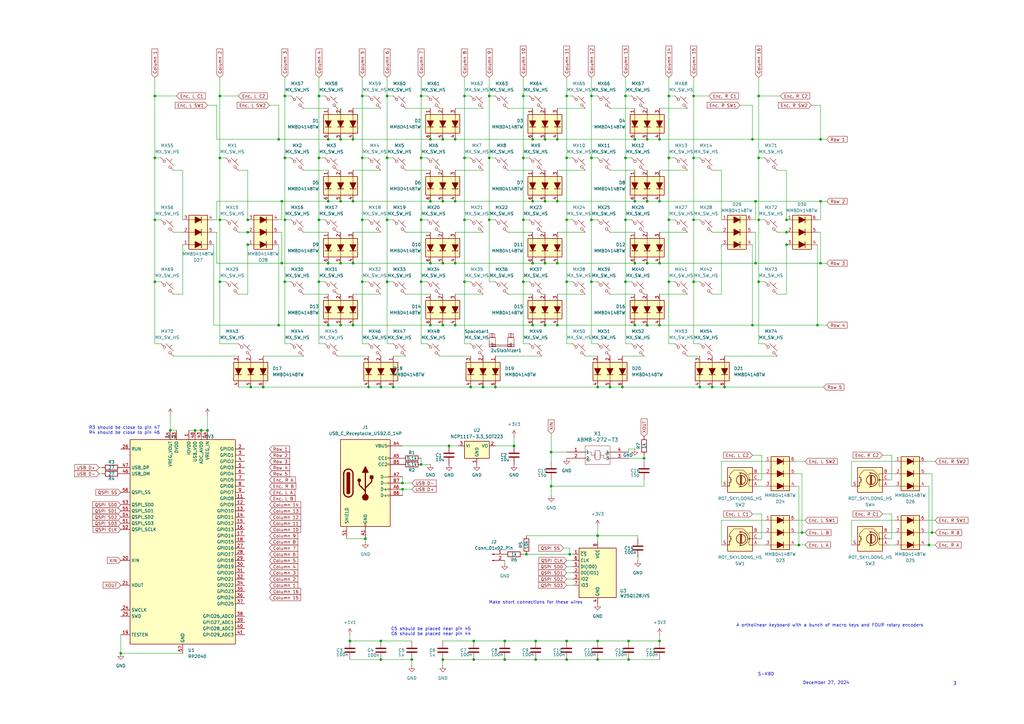
<source format=kicad_sch>
(kicad_sch (version 20231120) (generator "eeschema") (generator_version "8.0")
  (paper "A3")
  (junction (at 311.15 115.57))
  (junction (at 381 223.52))
  (junction (at 139.7 57.15))
  (junction (at 228.6 107.95))
  (junction (at 101.6 95.25))
  (junction (at 256.54 64.77))
  (junction (at 156.21 262.89))
  (junction (at 210.82 182.88))
  (junction (at 309.88 107.95))
  (junction (at 223.52 82.55))
  (junction (at 139.7 107.95))
  (junction (at 218.44 57.15))
  (junction (at 158.75 64.77))
  (junction (at 158.75 39.37))
  (junction (at 311.15 39.37))
  (junction (at 327.66 223.52))
  (junction (at 256.54 90.17))
  (junction (at 139.7 82.55))
  (junction (at 181.61 133.35))
  (junction (at 102.87 158.75))
  (junction (at 148.59 64.77))
  (junction (at 114.3 57.15))
  (junction (at 245.11 219.71))
  (junction (at 223.52 57.15))
  (junction (at 115.57 107.95))
  (junction (at 232.41 270.51))
  (junction (at 176.53 57.15))
  (junction (at 198.12 158.75))
  (junction (at 190.5 115.57))
  (junction (at 274.32 90.17))
  (junction (at 49.53 267.97))
  (junction (at 270.51 57.15))
  (junction (at 165.1 200.66))
  (junction (at 144.78 82.55))
  (junction (at 156.21 158.75))
  (junction (at 181.61 107.95))
  (junction (at 260.35 57.15))
  (junction (at 139.7 133.35))
  (junction (at 260.35 133.35))
  (junction (at 232.41 90.17))
  (junction (at 297.18 158.75))
  (junction (at 149.86 220.98))
  (junction (at 218.44 82.55))
  (junction (at 218.44 133.35))
  (junction (at 270.51 82.55))
  (junction (at 260.35 82.55))
  (junction (at 69.85 176.53))
  (junction (at 219.71 270.51))
  (junction (at 233.68 227.33))
  (junction (at 214.63 39.37))
  (junction (at 260.35 107.95))
  (junction (at 265.43 133.35))
  (junction (at 172.72 90.17))
  (junction (at 176.53 82.55))
  (junction (at 284.48 64.77))
  (junction (at 90.17 39.37))
  (junction (at 270.51 262.89))
  (junction (at 144.78 57.15))
  (junction (at 265.43 107.95))
  (junction (at 270.51 133.35))
  (junction (at 214.63 64.77))
  (junction (at 190.5 90.17))
  (junction (at 274.32 115.57))
  (junction (at 82.55 176.53))
  (junction (at 270.51 107.95))
  (junction (at 255.27 158.75))
  (junction (at 335.28 133.35))
  (junction (at 63.5 115.57))
  (junction (at 184.15 182.88))
  (junction (at 215.9 227.33))
  (junction (at 176.53 133.35))
  (junction (at 130.81 115.57))
  (junction (at 134.62 107.95))
  (junction (at 165.1 198.12))
  (junction (at 186.69 82.55))
  (junction (at 242.57 115.57))
  (junction (at 181.61 57.15))
  (junction (at 176.53 107.95))
  (junction (at 245.11 158.75))
  (junction (at 172.72 115.57))
  (junction (at 134.62 57.15))
  (junction (at 130.81 90.17))
  (junction (at 116.84 64.77))
  (junction (at 308.61 57.15))
  (junction (at 172.72 190.5))
  (junction (at 308.61 133.35))
  (junction (at 322.58 100.33))
  (junction (at 232.41 64.77))
  (junction (at 63.5 64.77))
  (junction (at 336.55 107.95))
  (junction (at 228.6 133.35))
  (junction (at 284.48 39.37))
  (junction (at 156.21 270.51))
  (junction (at 214.63 115.57))
  (junction (at 250.19 158.75))
  (junction (at 168.91 270.51))
  (junction (at 148.59 115.57))
  (junction (at 200.66 39.37))
  (junction (at 309.88 82.55))
  (junction (at 218.44 107.95))
  (junction (at 186.69 133.35))
  (junction (at 245.11 262.89))
  (junction (at 130.81 39.37))
  (junction (at 242.57 64.77))
  (junction (at 264.16 187.96))
  (junction (at 134.62 82.55))
  (junction (at 223.52 107.95))
  (junction (at 256.54 39.37))
  (junction (at 311.15 90.17))
  (junction (at 287.02 158.75))
  (junction (at 232.41 262.89))
  (junction (at 219.71 262.89))
  (junction (at 116.84 115.57))
  (junction (at 148.59 90.17))
  (junction (at 90.17 90.17))
  (junction (at 256.54 115.57))
  (junction (at 90.17 115.57))
  (junction (at 223.52 133.35))
  (junction (at 207.01 262.89))
  (junction (at 207.01 270.51))
  (junction (at 193.04 158.75))
  (junction (at 194.31 262.89))
  (junction (at 158.75 90.17))
  (junction (at 214.63 90.17))
  (junction (at 151.13 158.75))
  (junction (at 265.43 57.15))
  (junction (at 382.27 218.44))
  (junction (at 107.95 158.75))
  (junction (at 322.58 90.17))
  (junction (at 172.72 39.37))
  (junction (at 115.57 82.55))
  (junction (at 144.78 107.95))
  (junction (at 257.81 262.89))
  (junction (at 228.6 57.15))
  (junction (at 274.32 39.37))
  (junction (at 336.55 82.55))
  (junction (at 194.31 270.51))
  (junction (at 200.66 64.77))
  (junction (at 134.62 133.35))
  (junction (at 161.29 158.75))
  (junction (at 292.1 158.75))
  (junction (at 232.41 115.57))
  (junction (at 274.32 64.77))
  (junction (at 181.61 270.51))
  (junction (at 172.72 64.77))
  (junction (at 336.55 57.15))
  (junction (at 311.15 64.77))
  (junction (at 328.93 218.44))
  (junction (at 265.43 82.55))
  (junction (at 242.57 39.37))
  (junction (at 284.48 90.17))
  (junction (at 322.58 95.25))
  (junction (at 101.6 90.17))
  (junction (at 232.41 39.37))
  (junction (at 85.09 176.53))
  (junction (at 245.11 270.51))
  (junction (at 80.01 176.53))
  (junction (at 284.48 115.57))
  (junction (at 116.84 39.37))
  (junction (at 63.5 90.17))
  (junction (at 203.2 158.75))
  (junction (at 116.84 90.17))
  (junction (at 130.81 64.77))
  (junction (at 90.17 64.77))
  (junction (at 190.5 64.77))
  (junction (at 200.66 90.17))
  (junction (at 63.5 39.37))
  (junction (at 148.59 39.37))
  (junction (at 114.3 133.35))
  (junction (at 101.6 100.33))
  (junction (at 226.06 199.39))
  (junction (at 158.75 115.57))
  (junction (at 181.61 82.55))
  (junction (at 143.51 262.89))
  (junction (at 144.78 133.35))
  (junction (at 242.57 90.17))
  (junction (at 190.5 39.37))
  (junction (at 228.6 82.55))
  (junction (at 186.69 107.95))
  (junction (at 186.69 57.15))
  (junction (at 257.81 270.51))
  (junction (at 226.06 185.42))
  (wire (pts (xy 97.79 69.85) (xy 101.6 69.85)))
  (wire (pts (xy 97.79 158.75) (xy 102.87 158.75)))
  (wire (pts (xy 274.32 31.75) (xy 274.32 39.37)))
  (wire (pts (xy 228.6 133.35) (xy 260.35 133.35)))
  (wire (pts (xy 82.55 176.53) (xy 85.09 176.53)))
  (wire (pts (xy 143.51 260.35) (xy 143.51 262.89)))
  (wire (pts (xy 313.69 199.39) (xy 311.15 199.39)))
  (wire (pts (xy 284.48 90.17) (xy 287.02 90.17)))
  (wire (pts (xy 165.1 182.88) (xy 184.15 182.88)))
  (wire (pts (xy 245.11 270.51) (xy 257.81 270.51)))
  (wire (pts (xy 295.91 120.65) (xy 295.91 100.33)))
  (wire (pts (xy 218.44 133.35) (xy 223.52 133.35)))
  (wire (pts (xy 245.11 90.17) (xy 242.57 90.17)))
  (wire (pts (xy 144.78 55.88) (xy 144.78 57.15)))
  (wire (pts (xy 265.43 82.55) (xy 270.51 82.55)))
  (wire (pts (xy 336.55 90.17) (xy 336.55 82.55)))
  (wire (pts (xy 223.52 57.15) (xy 228.6 57.15)))
  (wire (pts (xy 165.1 200.66) (xy 168.91 200.66)))
  (wire (pts (xy 242.57 31.75) (xy 242.57 39.37)))
  (wire (pts (xy 250.19 44.45) (xy 260.35 44.45)))
  (wire (pts (xy 166.37 44.45) (xy 176.53 44.45)))
  (wire (pts (xy 165.1 198.12) (xy 168.91 198.12)))
  (wire (pts (xy 223.52 107.95) (xy 228.6 107.95)))
  (wire (pts (xy 330.2 189.23) (xy 326.39 189.23)))
  (wire (pts (xy 226.06 185.42) (xy 232.41 185.42)))
  (wire (pts (xy 218.44 57.15) (xy 223.52 57.15)))
  (wire (pts (xy 186.69 107.95) (xy 218.44 107.95)))
  (wire (pts (xy 180.34 69.85) (xy 181.61 69.85)))
  (wire (pts (xy 88.9 107.95) (xy 115.57 107.95)))
  (wire (pts (xy 308.61 133.35) (xy 335.28 133.35)))
  (wire (pts (xy 270.51 107.95) (xy 309.88 107.95)))
  (wire (pts (xy 116.84 39.37) (xy 116.84 64.77)))
  (wire (pts (xy 214.63 90.17) (xy 217.17 90.17)))
  (wire (pts (xy 233.68 227.33) (xy 234.95 227.33)))
  (wire (pts (xy 381 199.39) (xy 379.73 199.39)))
  (wire (pts (xy 265.43 107.95) (xy 270.51 107.95)))
  (wire (pts (xy 172.72 90.17) (xy 175.26 90.17)))
  (wire (pts (xy 383.54 223.52) (xy 381 223.52)))
  (wire (pts (xy 200.66 31.75) (xy 200.66 39.37)))
  (wire (pts (xy 309.88 82.55) (xy 336.55 82.55)))
  (wire (pts (xy 276.86 115.57) (xy 274.32 115.57)))
  (wire (pts (xy 218.44 107.95) (xy 223.52 107.95)))
  (wire (pts (xy 264.16 196.85) (xy 264.16 199.39)))
  (wire (pts (xy 215.9 227.33) (xy 233.68 227.33)))
  (wire (pts (xy 274.32 90.17) (xy 274.32 115.57)))
  (wire (pts (xy 323.85 95.25) (xy 322.58 95.25)))
  (wire (pts (xy 323.85 90.17) (xy 322.58 90.17)))
  (wire (pts (xy 234.95 115.57) (xy 232.41 115.57)))
  (wire (pts (xy 257.81 184.15) (xy 257.81 185.42)))
  (wire (pts (xy 214.63 39.37) (xy 217.17 39.37)))
  (wire (pts (xy 365.76 220.98) (xy 364.49 220.98)))
  (wire (pts (xy 88.9 90.17) (xy 87.63 90.17)))
  (wire (pts (xy 124.46 120.65) (xy 134.62 120.65)))
  (wire (pts (xy 186.69 44.45) (xy 198.12 44.45)))
  (wire (pts (xy 71.12 69.85) (xy 74.93 69.85)))
  (wire (pts (xy 274.32 39.37) (xy 274.32 64.77)))
  (wire (pts (xy 144.78 120.65) (xy 156.21 120.65)))
  (wire (pts (xy 138.43 146.05) (xy 151.13 146.05)))
  (wire (pts (xy 176.53 57.15) (xy 181.61 57.15)))
  (wire (pts (xy 335.28 90.17) (xy 336.55 90.17)))
  (wire (pts (xy 383.54 189.23) (xy 379.73 189.23)))
  (wire (pts (xy 265.43 44.45) (xy 264.16 44.45)))
  (wire (pts (xy 180.34 146.05) (xy 193.04 146.05)))
  (wire (pts (xy 172.72 187.96) (xy 172.72 190.5)))
  (wire (pts (xy 181.61 107.95) (xy 186.69 107.95)))
  (wire (pts (xy 313.69 64.77) (xy 311.15 64.77)))
  (wire (pts (xy 349.25 199.39) (xy 349.25 189.23)))
  (wire (pts (xy 332.74 43.18) (xy 336.55 43.18)))
  (wire (pts (xy 367.03 199.39) (xy 364.49 199.39)))
  (wire (pts (xy 256.54 115.57) (xy 256.54 140.97)))
  (wire (pts (xy 115.57 107.95) (xy 134.62 107.95)))
  (wire (pts (xy 292.1 95.25) (xy 295.91 95.25)))
  (wire (pts (xy 40.64 191.77) (xy 41.91 191.77)))
  (wire (pts (xy 312.42 186.69) (xy 312.42 196.85)))
  (wire (pts (xy 85.09 43.18) (xy 88.9 43.18)))
  (wire (pts (xy 361.95 210.82) (xy 365.76 210.82)))
  (wire (pts (xy 264.16 186.69) (xy 264.16 187.96)))
  (wire (pts (xy 309.88 90.17) (xy 308.61 90.17)))
  (wire (pts (xy 63.5 39.37) (xy 63.5 64.77)))
  (wire (pts (xy 158.75 140.97) (xy 161.29 140.97)))
  (wire (pts (xy 190.5 90.17) (xy 190.5 115.57)))
  (wire (pts (xy 186.69 57.15) (xy 218.44 57.15)))
  (wire (pts (xy 116.84 115.57) (xy 116.84 140.97)))
  (wire (pts (xy 172.72 64.77) (xy 172.72 90.17)))
  (wire (pts (xy 114.3 133.35) (xy 134.62 133.35)))
  (wire (pts (xy 228.6 82.55) (xy 260.35 82.55)))
  (wire (pts (xy 284.48 140.97) (xy 287.02 140.97)))
  (wire (pts (xy 180.34 120.65) (xy 181.61 120.65)))
  (wire (pts (xy 312.42 220.98) (xy 311.15 220.98)))
  (wire (pts (xy 90.17 31.75) (xy 90.17 39.37)))
  (wire (pts (xy 311.15 115.57) (xy 313.69 115.57)))
  (wire (pts (xy 158.75 90.17) (xy 161.29 90.17)))
  (wire (pts (xy 365.76 210.82) (xy 365.76 220.98)))
  (wire (pts (xy 313.69 218.44) (xy 311.15 218.44)))
  (wire (pts (xy 90.17 90.17) (xy 90.17 115.57)))
  (wire (pts (xy 165.1 200.66) (xy 165.1 203.2)))
  (wire (pts (xy 71.12 146.05) (xy 97.79 146.05)))
  (wire (pts (xy 328.93 194.31) (xy 326.39 194.31)))
  (wire (pts (xy 242.57 90.17) (xy 242.57 115.57)))
  (wire (pts (xy 101.6 100.33) (xy 101.6 120.65)))
  (wire (pts (xy 172.72 190.5) (xy 176.53 190.5)))
  (wire (pts (xy 214.63 64.77) (xy 214.63 90.17)))
  (wire (pts (xy 97.79 95.25) (xy 101.6 95.25)))
  (wire (pts (xy 134.62 57.15) (xy 139.7 57.15)))
  (wire (pts (xy 382.27 218.44) (xy 379.73 218.44)))
  (wire (pts (xy 88.9 57.15) (xy 114.3 57.15)))
  (wire (pts (xy 208.28 44.45) (xy 218.44 44.45)))
  (wire (pts (xy 295.91 199.39) (xy 295.91 189.23)))
  (wire (pts (xy 186.69 82.55) (xy 218.44 82.55)))
  (wire (pts (xy 172.72 31.75) (xy 172.72 39.37)))
  (wire (pts (xy 172.72 39.37) (xy 175.26 39.37)))
  (wire (pts (xy 139.7 57.15) (xy 144.78 57.15)))
  (wire (pts (xy 336.55 57.15) (xy 339.09 57.15)))
  (wire (pts (xy 134.62 133.35) (xy 139.7 133.35)))
  (wire (pts (xy 260.35 82.55) (xy 265.43 82.55)))
  (wire (pts (xy 63.5 31.75) (xy 63.5 39.37)))
  (wire (pts (xy 203.2 64.77) (xy 200.66 64.77)))
  (wire (pts (xy 88.9 82.55) (xy 115.57 82.55)))
  (wire (pts (xy 232.41 237.49) (xy 234.95 237.49)))
  (wire (pts (xy 257.81 270.51) (xy 270.51 270.51)))
  (wire (pts (xy 311.15 39.37) (xy 320.04 39.37)))
  (wire (pts (xy 203.2 146.05) (xy 222.25 146.05)))
  (wire (pts (xy 143.51 270.51) (xy 156.21 270.51)))
  (wire (pts (xy 349.25 223.52) (xy 349.25 213.36)))
  (wire (pts (xy 259.08 64.77) (xy 256.54 64.77)))
  (wire (pts (xy 181.61 57.15) (xy 186.69 57.15)))
  (wire (pts (xy 292.1 158.75) (xy 297.18 158.75)))
  (wire (pts (xy 232.41 39.37) (xy 232.41 64.77)))
  (wire (pts (xy 186.69 133.35) (xy 218.44 133.35)))
  (wire (pts (xy 114.3 100.33) (xy 114.3 133.35)))
  (wire (pts (xy 176.53 133.35) (xy 181.61 133.35)))
  (wire (pts (xy 172.72 115.57) (xy 175.26 115.57)))
  (wire (pts (xy 219.71 262.89) (xy 232.41 262.89)))
  (wire (pts (xy 114.3 43.18) (xy 114.3 57.15)))
  (wire (pts (xy 284.48 115.57) (xy 284.48 140.97)))
  (wire (pts (xy 311.15 140.97) (xy 313.69 140.97)))
  (wire (pts (xy 66.04 64.77) (xy 63.5 64.77)))
  (wire (pts (xy 114.3 95.25) (xy 115.57 95.25)))
  (wire (pts (xy 184.15 182.88) (xy 187.96 182.88)))
  (wire (pts (xy 63.5 90.17) (xy 63.5 115.57)))
  (wire (pts (xy 303.53 43.18) (xy 308.61 43.18)))
  (wire (pts (xy 276.86 90.17) (xy 274.32 90.17)))
  (wire (pts (xy 172.72 64.77) (xy 175.26 64.77)))
  (wire (pts (xy 274.32 115.57) (xy 274.32 140.97)))
  (wire (pts (xy 139.7 46.99) (xy 138.43 46.99)))
  (wire (pts (xy 186.69 95.25) (xy 198.12 95.25)))
  (wire (pts (xy 186.69 120.65) (xy 198.12 120.65)))
  (wire (pts (xy 311.15 115.57) (xy 311.15 140.97)))
  (wire (pts (xy 295.91 69.85) (xy 295.91 90.17)))
  (wire (pts (xy 114.3 90.17) (xy 115.57 90.17)))
  (wire (pts (xy 270.51 260.35) (xy 270.51 262.89)))
  (wire (pts (xy 383.54 218.44) (xy 382.27 218.44)))
  (wire (pts (xy 228.6 95.25) (xy 240.03 95.25)))
  (wire (pts (xy 110.49 43.18) (xy 114.3 43.18)))
  (wire (pts (xy 367.03 194.31) (xy 364.49 194.31)))
  (wire (pts (xy 214.63 140.97) (xy 217.17 140.97)))
  (wire (pts (xy 119.38 90.17) (xy 116.84 90.17)))
  (wire (pts (xy 308.61 57.15) (xy 336.55 57.15)))
  (wire (pts (xy 328.93 218.44) (xy 328.93 194.31)))
  (wire (pts (xy 194.31 270.51) (xy 207.01 270.51)))
  (wire (pts (xy 143.51 262.89) (xy 156.21 262.89)))
  (wire (pts (xy 40.64 194.31) (xy 41.91 194.31)))
  (wire (pts (xy 133.35 140.97) (xy 130.81 140.97)))
  (wire (pts (xy 276.86 140.97) (xy 274.32 140.97)))
  (wire (pts (xy 90.17 115.57) (xy 90.17 140.97)))
  (wire (pts (xy 148.59 39.37) (xy 148.59 64.77)))
  (wire (pts (xy 102.87 90.17) (xy 101.6 90.17)))
  (wire (pts (xy 116.84 31.75) (xy 116.84 39.37)))
  (wire (pts (xy 85.09 170.18) (xy 85.09 176.53)))
  (wire (pts (xy 138.43 95.25) (xy 139.7 95.25)))
  (wire (pts (xy 90.17 64.77) (xy 90.17 90.17)))
  (wire (pts (xy 92.71 64.77) (xy 90.17 64.77)))
  (wire (pts (xy 181.61 82.55) (xy 186.69 82.55)))
  (wire (pts (xy 259.08 140.97) (xy 256.54 140.97)))
  (wire (pts (xy 207.01 229.87) (xy 207.01 231.14)))
  (wire (pts (xy 115.57 95.25) (xy 115.57 107.95)))
  (wire (pts (xy 97.79 39.37) (xy 90.17 39.37)))
  (wire (pts (xy 222.25 69.85) (xy 223.52 69.85)))
  (wire (pts (xy 256.54 39.37) (xy 259.08 39.37)))
  (wire (pts (xy 203.2 158.75) (xy 245.11 158.75)))
  (wire (pts (xy 297.18 158.75) (xy 337.82 158.75)))
  (wire (pts (xy 138.43 69.85) (xy 139.7 69.85)))
  (wire (pts (xy 242.57 64.77) (xy 242.57 90.17)))
  (wire (pts (xy 327.66 199.39) (xy 326.39 199.39)))
  (wire (pts (xy 156.21 158.75) (xy 161.29 158.75)))
  (wire (pts (xy 261.62 219.71) (xy 261.62 220.98)))
  (wire (pts (xy 250.19 158.75) (xy 255.27 158.75)))
  (wire (pts (xy 311.15 90.17) (xy 313.69 90.17)))
  (wire (pts (xy 172.72 140.97) (xy 175.26 140.97)))
  (wire (pts (xy 245.11 115.57) (xy 242.57 115.57)))
  (wire (pts (xy 312.42 196.85) (xy 311.15 196.85)))
  (wire (pts (xy 124.46 69.85) (xy 134.62 69.85)))
  (wire (pts (xy 74.93 69.85) (xy 74.93 90.17)))
  (wire (pts (xy 284.48 31.75) (xy 284.48 39.37)))
  (wire (pts (xy 322.58 100.33) (xy 322.58 120.65)))
  (wire (pts (xy 119.38 140.97) (xy 116.84 140.97)))
  (wire (pts (xy 148.59 39.37) (xy 151.13 39.37)))
  (wire (pts (xy 172.72 115.57) (xy 172.72 140.97)))
  (wire (pts (xy 144.78 82.55) (xy 176.53 82.55)))
  (wire (pts (xy 295.91 189.23) (xy 313.69 189.23)))
  (wire (pts (xy 139.7 133.35) (xy 144.78 133.35)))
  (wire (pts (xy 232.41 262.89) (xy 245.11 262.89)))
  (wire (pts (xy 116.84 90.17) (xy 116.84 115.57)))
  (wire (pts (xy 309.88 95.25) (xy 309.88 107.95)))
  (wire (pts (xy 49.53 267.97) (xy 74.93 267.97)))
  (wire (pts (xy 295.91 213.36) (xy 313.69 213.36)))
  (wire (pts (xy 223.52 82.55) (xy 228.6 82.55)))
  (wire (pts (xy 245.11 262.89) (xy 257.81 262.89)))
  (wire (pts (xy 232.41 232.41) (xy 234.95 232.41)))
  (wire (pts (xy 203.2 115.57) (xy 200.66 115.57)))
  (wire (pts (xy 214.63 115.57) (xy 214.63 140.97)))
  (wire (pts (xy 270.51 133.35) (xy 308.61 133.35)))
  (wire (pts (xy 309.88 90.17) (xy 309.88 82.55)))
  (wire (pts (xy 311.15 31.75) (xy 311.15 39.37)))
  (wire (pts (xy 322.58 69.85) (xy 322.58 90.17)))
  (wire (pts (xy 335.28 133.35) (xy 339.09 133.35)))
  (wire (pts (xy 223.52 133.35) (xy 228.6 133.35)))
  (wire (pts (xy 102.87 95.25) (xy 101.6 95.25)))
  (wire (pts (xy 158.75 64.77) (xy 158.75 90.17)))
  (wire (pts (xy 190.5 39.37) (xy 190.5 64.77)))
  (wire (pts (xy 336.55 107.95) (xy 339.09 107.95)))
  (wire (pts (xy 180.34 95.25) (xy 181.61 95.25)))
  (wire (pts (xy 87.63 95.25) (xy 88.9 95.25)))
  (wire (pts (xy 210.82 179.07) (xy 210.82 182.88)))
  (wire (pts (xy 158.75 64.77) (xy 161.29 64.77)))
  (wire (pts (xy 330.2 218.44) (xy 328.93 218.44)))
  (wire (pts (xy 265.43 57.15) (xy 270.51 57.15)))
  (wire (pts (xy 69.85 170.18) (xy 69.85 176.53)))
  (wire (pts (xy 181.61 44.45) (xy 180.34 44.45)))
  (wire (pts (xy 200.66 39.37) (xy 203.2 39.37)))
  (wire (pts (xy 274.32 39.37) (xy 276.86 39.37)))
  (wire (pts (xy 134.62 55.88) (xy 134.62 57.15)))
  (wire (pts (xy 264.16 69.85) (xy 265.43 69.85)))
  (wire (pts (xy 256.54 90.17) (xy 256.54 115.57)))
  (wire (pts (xy 144.78 57.15) (xy 176.53 57.15)))
  (wire (pts (xy 256.54 64.77) (xy 256.54 90.17)))
  (wire (pts (xy 383.54 213.36) (xy 379.73 213.36)))
  (wire (pts (xy 318.77 69.85) (xy 322.58 69.85)))
  (wire (pts (xy 245.11 140.97) (xy 242.57 140.97)))
  (wire (pts (xy 119.38 115.57) (xy 116.84 115.57)))
  (wire (pts (xy 323.85 100.33) (xy 322.58 100.33)))
  (wire (pts (xy 193.04 90.17) (xy 190.5 90.17)))
  (wire (pts (xy 166.37 120.65) (xy 176.53 120.65)))
  (wire (pts (xy 257.81 187.96) (xy 264.16 187.96)))
  (wire (pts (xy 336.55 95.25) (xy 336.55 107.95)))
  (wire (pts (xy 181.61 270.51) (xy 194.31 270.51)))
  (wire (pts (xy 63.5 90.17) (xy 66.04 90.17)))
  (wire (pts (xy 245.11 215.9) (xy 245.11 219.71)))
  (wire (pts (xy 130.81 39.37) (xy 130.81 64.77)))
  (wire (pts (xy 214.63 31.75) (xy 214.63 39.37)))
  (wire (pts (xy 270.51 57.15) (xy 308.61 57.15)))
  (wire (pts (xy 139.7 82.55) (xy 144.78 82.55)))
  (wire (pts (xy 255.27 146.05) (xy 264.16 146.05)))
  (wire (pts (xy 101.6 120.65) (xy 97.79 120.65)))
  (wire (pts (xy 232.41 229.87) (xy 234.95 229.87)))
  (wire (pts (xy 200.66 39.37) (xy 200.66 64.77)))
  (wire (pts (xy 265.43 133.35) (xy 270.51 133.35)))
  (wire (pts (xy 74.93 120.65) (xy 74.93 100.33)))
  (wire (pts (xy 203.2 90.17) (xy 200.66 90.17)))
  (wire (pts (xy 234.95 90.17) (xy 232.41 90.17)))
  (wire (pts (xy 222.25 120.65) (xy 223.52 120.65)))
  (wire (pts (xy 381 223.52) (xy 381 199.39)))
  (wire (pts (xy 116.84 39.37) (xy 119.38 39.37)))
  (wire (pts (xy 214.63 227.33) (xy 215.9 227.33)))
  (wire (pts (xy 232.41 64.77) (xy 232.41 90.17)))
  (wire (pts (xy 172.72 90.17) (xy 172.72 115.57)))
  (wire (pts (xy 158.75 90.17) (xy 158.75 115.57)))
  (wire (pts (xy 124.46 44.45) (xy 134.62 44.45)))
  (wire (pts (xy 218.44 82.55) (xy 223.52 82.55)))
  (wire (pts (xy 49.53 260.35) (xy 49.53 267.97)))
  (wire (pts (xy 148.59 90.17) (xy 151.13 90.17)))
  (wire (pts (xy 284.48 90.17) (xy 284.48 115.57)))
  (wire (pts (xy 139.7 55.88) (xy 139.7 57.15)))
  (wire (pts (xy 116.84 64.77) (xy 116.84 90.17)))
  (wire (pts (xy 259.08 115.57) (xy 256.54 115.57)))
  (wire (pts (xy 71.12 95.25) (xy 74.93 95.25)))
  (wire (pts (xy 138.43 46.99) (xy 138.43 44.45)))
  (wire (pts (xy 107.95 146.05) (xy 124.46 146.05)))
  (wire (pts (xy 245.11 64.77) (xy 242.57 64.77)))
  (wire (pts (xy 88.9 43.18) (xy 88.9 57.15)))
  (wire (pts (xy 63.5 115.57) (xy 66.04 115.57)))
  (wire (pts (xy 207.01 262.89) (xy 219.71 262.89)))
  (wire (pts (xy 219.71 270.51) (xy 232.41 270.51)))
  (wire (pts (xy 215.9 219.71) (xy 245.11 219.71)))
  (wire (pts (xy 226.06 203.2) (xy 226.06 199.39)))
  (wire (pts (xy 264.16 120.65) (xy 265.43 120.65)))
  (wire (pts (xy 382.27 194.31) (xy 379.73 194.31)))
  (wire (pts (xy 161.29 158.75) (xy 193.04 158.75)))
  (wire (pts (xy 190.5 64.77) (xy 190.5 90.17)))
  (wire (pts (xy 232.41 234.95) (xy 234.95 234.95)))
  (wire (pts (xy 148.59 31.75) (xy 148.59 39.37)))
  (wire (pts (xy 142.24 220.98) (xy 149.86 220.98)))
  (wire (pts (xy 367.03 218.44) (xy 364.49 218.44)))
  (wire (pts (xy 264.16 187.96) (xy 264.16 189.23)))
  (wire (pts (xy 232.41 240.03) (xy 234.95 240.03)))
  (wire (pts (xy 208.28 69.85) (xy 218.44 69.85)))
  (wire (pts (xy 90.17 115.57) (xy 92.71 115.57)))
  (wire (pts (xy 90.17 140.97) (xy 97.79 140.97)))
  (wire (pts (xy 281.94 146.05) (xy 287.02 146.05)))
  (wire (pts (xy 134.62 107.95) (xy 139.7 107.95)))
  (wire (pts (xy 124.46 95.25) (xy 134.62 95.25)))
  (wire (pts (xy 107.95 158.75) (xy 151.13 158.75)))
  (wire (pts (xy 322.58 120.65) (xy 318.77 120.65)))
  (wire (pts (xy 365.76 196.85) (xy 364.49 196.85)))
  (wire (pts (xy 158.75 39.37) (xy 161.29 39.37)))
  (wire (pts (xy 90.17 90.17) (xy 92.71 90.17)))
  (wire (pts (xy 102.87 100.33) (xy 101.6 100.33)))
  (wire (pts (xy 222.25 95.25) (xy 223.52 95.25)))
  (wire (pts (xy 264.16 95.25) (xy 265.43 95.25)))
  (wire (pts (xy 115.57 82.55) (xy 134.62 82.55)))
  (wire (pts (xy 176.53 82.55) (xy 181.61 82.55)))
  (wire (pts (xy 284.48 64.77) (xy 284.48 90.17)))
  (wire (pts (xy 139.7 44.45) (xy 139.7 46.99)))
  (wire (pts (xy 228.6 69.85) (xy 240.03 69.85)))
  (wire (pts (xy 255.27 158.75) (xy 287.02 158.75)))
  (wire (pts (xy 144.78 95.25) (xy 156.21 95.25)))
  (wire (pts (xy 308.61 95.25) (xy 309.88 95.25)))
  (wire (pts (xy 226.06 196.85) (xy 226.06 199.39)))
  (wire (pts (xy 176.53 107.95) (xy 181.61 107.95)))
  (wire (pts (xy 101.6 69.85) (xy 101.6 90.17)))
  (wire (pts (xy 240.03 146.05) (xy 245.11 146.05)))
  (wire (pts (xy 232.41 115.57) (xy 232.41 140.97)))
  (wire (pts (xy 133.35 64.77) (xy 130.81 64.77)))
  (wire (pts (xy 228.6 44.45) (xy 240.03 44.45)))
  (wire (pts (xy 335.28 100.33) (xy 335.28 133.35)))
  (wire (pts (xy 226.06 177.8) (xy 226.06 185.42)))
  (wire (pts (xy 270.51 95.25) (xy 281.94 95.25)))
  (wire (pts (xy 181.61 262.89) (xy 194.31 262.89)))
  (wire (pts (xy 190.5 31.75) (xy 190.5 39.37)))
  (wire (pts (xy 228.6 120.65) (xy 240.03 120.65)))
  (wire (pts (xy 233.68 224.79) (xy 233.68 227.33)))
  (wire (pts (xy 130.81 31.75) (xy 130.81 39.37)))
  (wire (pts (xy 295.91 223.52) (xy 295.91 213.36)))
  (wire (pts (xy 88.9 95.25) (xy 88.9 107.95)))
  (wire (pts (xy 260.35 107.95) (xy 265.43 107.95)))
  (wire (pts (xy 133.35 90.17) (xy 130.81 90.17)))
  (wire (pts (xy 119.38 64.77) (xy 116.84 64.77)))
  (wire (pts (xy 156.21 270.51) (xy 168.91 270.51)))
  (wire (pts (xy 203.2 182.88) (xy 210.82 182.88)))
  (wire (pts (xy 130.81 115.57) (xy 130.81 140.97)))
  (wire (pts (xy 158.75 39.37) (xy 158.75 64.77)))
  (wire (pts (xy 328.93 218.44) (xy 326.39 218.44)))
  (wire (pts (xy 330.2 213.36) (xy 326.39 213.36)))
  (wire (pts (xy 232.41 31.75) (xy 232.41 39.37)))
  (wire (pts (xy 222.25 44.45) (xy 223.52 44.45)))
  (wire (pts (xy 308.61 100.33) (xy 308.61 133.35)))
  (wire (pts (xy 148.59 64.77) (xy 151.13 64.77)))
  (wire (pts (xy 313.69 223.52) (xy 311.15 223.52)))
  (wire (pts (xy 287.02 64.77) (xy 284.48 64.77)))
  (wire (pts (xy 130.81 90.17) (xy 130.81 115.57)))
  (wire (pts (xy 327.66 223.52) (xy 326.39 223.52)))
  (wire (pts (xy 168.91 270.51) (xy 168.91 273.05)))
  (wire (pts (xy 256.54 31.75) (xy 256.54 39.37)))
  (wire (pts (xy 232.41 39.37) (xy 234.95 39.37)))
  (wire (pts (xy 245.11 219.71) (xy 261.62 219.71)))
  (wire (pts (xy 365.76 186.69) (xy 365.76 196.85)))
  (wire (pts (xy 130.81 64.77) (xy 130.81 90.17)))
  (wire (pts (xy 193.04 140.97) (xy 190.5 140.97)))
  (wire (pts (xy 234.95 140.97) (xy 232.41 140.97)))
  (wire (pts (xy 250.19 95.25) (xy 260.35 95.25)))
  (wire (pts (xy 284.48 115.57) (xy 287.02 115.57)))
  (wire (pts (xy 226.06 199.39) (xy 264.16 199.39)))
  (wire (pts (xy 290.83 39.37) (xy 284.48 39.37)))
  (wire (pts (xy 149.86 220.98) (xy 149.86 222.25)))
  (wire (pts (xy 200.66 64.77) (xy 200.66 90.17)))
  (wire (pts (xy 193.04 115.57) (xy 190.5 115.57)))
  (wire (pts (xy 193.04 64.77) (xy 190.5 64.77)))
  (wire (pts (xy 148.59 115.57) (xy 151.13 115.57)))
  (wire (pts (xy 158.75 115.57) (xy 158.75 140.97)))
  (wire (pts (xy 256.54 39.37) (xy 256.54 64.77)))
  (wire (pts (xy 309.88 107.95) (xy 336.55 107.95)))
  (wire (pts (xy 250.19 120.65) (xy 260.35 120.65)))
  (wire (pts (xy 311.15 90.17) (xy 311.15 115.57)))
  (wire (pts (xy 214.63 64.77) (xy 217.17 64.77)))
  (wire (pts (xy 193.04 158.75) (xy 198.12 158.75)))
  (wire (pts (xy 63.5 115.57) (xy 63.5 140.97)))
  (wire (pts (xy 71.12 120.65) (xy 74.93 120.65)))
  (wire (pts (xy 270.51 69.85) (xy 281.94 69.85)))
  (wire (pts (xy 270.51 120.65) (xy 281.94 120.65)))
  (wire (pts (xy 77.47 176.53) (xy 80.01 176.53)))
  (wire (pts (xy 172.72 39.37) (xy 172.72 64.77)))
  (wire (pts (xy 102.87 158.75) (xy 107.95 158.75)))
  (wire (pts (xy 226.06 185.42) (xy 226.06 189.23)))
  (wire (pts (xy 166.37 69.85) (xy 176.53 69.85)))
  (wire (pts (xy 287.02 158.75) (xy 292.1 158.75)))
  (wire (pts (xy 148.59 115.57) (xy 148.59 140.97)))
  (wire (pts (xy 190.5 39.37) (xy 193.04 39.37)))
  (wire (pts (xy 134.62 82.55) (xy 139.7 82.55)))
  (wire (pts (xy 232.41 90.17) (xy 232.41 115.57)))
  (wire (pts (xy 90.17 39.37) (xy 90.17 64.77)))
  (wire (pts (xy 228.6 57.15) (xy 260.35 57.15)))
  (wire (pts (xy 156.21 44.45) (xy 144.78 44.45)))
  (wire (pts (xy 259.08 90.17) (xy 256.54 90.17)))
  (wire (pts (xy 151.13 158.75) (xy 156.21 158.75)))
  (wire (pts (xy 318.77 95.25) (xy 322.58 95.25)))
  (wire (pts (xy 156.21 262.89) (xy 168.91 262.89)))
  (wire (pts (xy 130.81 39.37) (xy 133.35 39.37)))
  (wire (pts (xy 133.35 115.57) (xy 130.81 115.57)))
  (wire (pts (xy 336.55 43.18) (xy 336.55 57.15)))
  (wire (pts (xy 257.81 262.89) (xy 270.51 262.89)))
  (wire (pts (xy 292.1 120.65) (xy 295.91 120.65)))
  (wire (pts (xy 63.5 64.77) (xy 63.5 90.17)))
  (wire (pts (xy 80.01 176.53) (xy 82.55 176.53)))
  (wire (pts (xy 313.69 194.31) (xy 311.15 194.31)))
  (wire (pts (xy 335.28 95.25) (xy 336.55 95.25)))
  (wire (pts (xy 349.25 213.36) (xy 367.03 213.36)))
  (wire (pts (xy 186.69 69.85) (xy 198.12 69.85)))
  (wire (pts (xy 367.03 223.52) (xy 364.49 223.52)))
  (wire (pts (xy 242.57 39.37) (xy 245.11 39.37)))
  (wire (pts (xy 231.14 224.79) (xy 233.68 224.79)))
  (wire (pts (xy 284.48 39.37) (xy 284.48 64.77)))
  (wire (pts (xy 311.15 64.77) (xy 311.15 90.17)))
  (wire (pts (xy 181.61 133.35) (xy 186.69 133.35)))
  (wire (pts (xy 232.41 270.51) (xy 245.11 270.51)))
  (wire (pts (xy 161.29 146.05) (xy 166.37 146.05)))
  (wire (pts (xy 260.35 184.15) (xy 257.81 184.15)))
  (wire (pts (xy 327.66 223.52) (xy 327.66 199.39)))
  (wire (pts (xy 166.37 95.25) (xy 176.53 95.25)))
  (wire (pts (xy 292.1 69.85) (xy 295.91 69.85)))
  (wire (pts (xy 208.28 120.65) (xy 218.44 120.65)))
  (wire (pts (xy 208.28 95.25) (xy 218.44 95.25)))
  (wire (pts (xy 349.25 189.23) (xy 367.03 189.23)))
  (wire (pts (xy 308.61 43.18) (xy 308.61 57.15)))
  (wire (pts (xy 198.12 158.75) (xy 203.2 158.75)))
  (wire (pts (xy 261.62 228.6) (xy 261.62 229.87)))
  (wire (pts (xy 207.01 270.51) (xy 219.71 270.51)))
  (wire (pts (xy 165.1 195.58) (xy 165.1 198.12)))
  (wire (pts (xy 200.66 90.17) (xy 200.66 115.57)))
  (wire (pts (xy 330.2 223.52) (xy 327.66 223.52)))
  (wire (pts (xy 245.11 158.75) (xy 250.19 158.75)))
  (wire (pts (xy 158.75 115.57) (xy 161.29 115.57)))
  (wire (pts (xy 312.42 210.82) (xy 312.42 220.98)))
  (wire (pts (xy 234.95 64.77) (xy 232.41 64.77)))
  (wire (pts (xy 260.35 133.35) (xy 265.43 133.35)))
  (wire (pts (xy 382.27 218.44) (xy 382.27 194.31)))
  (wire (pts (xy 190.5 115.57) (xy 190.5 140.97)))
  (wire (pts (xy 214.63 115.57) (xy 217.17 115.57)))
  (wire (pts (xy 138.43 120.65) (xy 139.7 120.65)))
  (wire (pts (xy 115.57 90.17) (xy 115.57 82.55)))
  (wire (pts (xy 214.63 90.17) (xy 214.63 115.57)))
  (wire (pts (xy 144.78 107.95) (xy 176.53 107.95)))
  (wire (pts (xy 194.31 262.89) (xy 207.01 262.89)))
  (wire (pts (xy 88.9 90.17) (xy 88.9 82.55)))
  (wire (pts (xy 214.63 39.37) (xy 214.63 64.77)))
  (wire (pts (xy 250.19 69.85) (xy 260.35 69.85)))
  (wire (pts (xy 361.95 186.69) (xy 365.76 186.69)))
  (wire (pts (xy 308.61 210.82) (xy 312.42 210.82)))
  (wire (pts (xy 245.11 219.71) (xy 245.11 222.25)))
  (wire (pts (xy 87.63 100.33) (xy 87.63 133.35)))
  (wire (pts (xy 336.55 82.55) (xy 339.09 82.55)))
  (wire (pts (xy 308.61 186.69) (xy 312.42 186.69)))
  (wire (pts (xy 148.59 140.97) (xy 151.13 140.97)))
  (wire (pts (xy 156.21 69.85) (xy 144.78 69.85)))
  (wire (pts (xy 242.57 115.57) (xy 242.57 140.97)))
  (wire (pts (xy 297.18 146.05) (xy 318.77 146.05)))
  (wire (pts (xy 114.3 57.15) (xy 134.62 57.15)))
  (wire (pts (xy 148.59 90.17) (xy 148.59 115.57)))
  (wire (pts (xy 63.5 140.97) (xy 66.04 140.97)))
  (wire (pts (xy 148.59 64.77) (xy 148.59 90.17)))
  (wire (pts (xy 311.15 39.37) (xy 311.15 64.77)))
  (wire (pts (xy 242.57 39.37) (xy 242.57 64.77)))
  (wire (pts (xy 139.7 107.95) (xy 144.78 107.95)))
  (wire (pts (xy 270.51 82.55) (xy 309.88 82.55)))
  (wire (pts (xy 181.61 270.51) (xy 181.61 273.05)))
  (wire (pts (xy 144.78 133.35) (xy 176.53 133.35)))
  (wire (pts (xy 274.32 64.77) (xy 274.32 90.17)))
  (wire (pts (xy 228.6 107.95) (xy 260.35 107.95)))
  (wire (pts (xy 381 223.52) (xy 379.73 223.52)))
  (wire (pts (xy 63.5 39.37) (xy 72.39 39.37)))
  (wire (pts (xy 87.63 133.35) (xy 114.3 133.35)))
  (wire (pts (xy 260.35 57.15) (xy 265.43 57.15)))
  (wire (pts (xy 158.75 31.75) (xy 158.75 39.37)))
  (wire (pts (xy 69.85 176.53) (xy 72.39 176.53)))
  (wire (pts (xy 276.86 64.77) (xy 274.32 64.77)))
  (wire (pts (xy 270.51 44.45) (xy 281.94 44.45)))
  (text "S-KBD" (at 314.198 276.606 0) (effects (font (size 1.27 1.27))))
  (text "3\n" (at 391.668 280.416 0) (effects (font (size 1.27 1.27))))
  (text "December 27, 2024" (at 338.836 280.162 0) (effects (font (size 1.27 1.27))))
  (text "Make short connections for these wires\n" (at 219.71 247.142 0) (effects (font (size 1.27 1.27))))
  (text "C5 should be placed near pin 45\nC6 should be placed near pin 44\n" (at 176.784 259.08 0) (effects (font (size 1.27 1.27))))
  (text "A ortholinear keyboard with a bunch of macro keys and FOUR rotary encoders" (at 340.36 256.54 0) (effects (font (size 1.27 1.27))))
  (text "R3 should be close to pin 47\nR4 should be close to pin 46\n" (at 51.054 176.53 0) (effects (font (size 1.27 1.27))))
  (global_label "QSPI SD1" (shape input) (at 232.41 234.95 180) (property "Intersheetrefs" "${INTERSHEET_REFS}" (effects (hide yes))))
  (global_label "Row 5" (shape input) (at 110.49 194.31 0) (property "Intersheetrefs" "${INTERSHEET_REFS}" (effects (hide yes))))
  (global_label "Column 1" (shape input) (at 63.5 31.75 90) (property "Intersheetrefs" "${INTERSHEET_REFS}" (effects (hide yes))))
  (global_label "Column 2" (shape input) (at 110.49 237.49 0) (property "Intersheetrefs" "${INTERSHEET_REFS}" (effects (hide yes))))
  (global_label "USB D+" (shape input) (at 168.91 200.66 0) (property "Intersheetrefs" "${INTERSHEET_REFS}" (effects (hide yes))))
  (global_label "QSPI CLK" (shape input) (at 49.53 217.17 180) (property "Intersheetrefs" "${INTERSHEET_REFS}" (effects (hide yes))))
  (global_label "QSPI SS" (shape input) (at 49.53 201.93 180) (property "Intersheetrefs" "${INTERSHEET_REFS}" (effects (hide yes))))
  (global_label "Column 6" (shape input) (at 110.49 227.33 0) (property "Intersheetrefs" "${INTERSHEET_REFS}" (effects (hide yes))))
  (global_label "QSPI SS" (shape input) (at 231.14 224.79 180) (property "Intersheetrefs" "${INTERSHEET_REFS}" (effects (hide yes))))
  (global_label "Row 1" (shape input) (at 110.49 184.15 0) (property "Intersheetrefs" "${INTERSHEET_REFS}" (effects (hide yes))))
  (global_label "Column 10" (shape input) (at 110.49 217.17 0) (property "Intersheetrefs" "${INTERSHEET_REFS}" (effects (hide yes))))
  (global_label "Enc. L SW2" (shape input) (at 330.2 189.23 0) (property "Intersheetrefs" "${INTERSHEET_REFS}" (effects (hide yes))))
  (global_label "Enc. R B" (shape input) (at 383.54 218.44 0) (property "Intersheetrefs" "${INTERSHEET_REFS}" (effects (hide yes))))
  (global_label "Column 14" (shape input) (at 110.49 207.01 0) (property "Intersheetrefs" "${INTERSHEET_REFS}" (effects (hide yes))))
  (global_label "Enc. R A" (shape input) (at 110.49 196.85 0) (property "Intersheetrefs" "${INTERSHEET_REFS}" (effects (hide yes))))
  (global_label "Column 8" (shape input) (at 110.49 222.25 0) (property "Intersheetrefs" "${INTERSHEET_REFS}" (effects (hide yes))))
  (global_label "Column 12" (shape input) (at 110.49 212.09 0) (property "Intersheetrefs" "${INTERSHEET_REFS}" (effects (hide yes))))
  (global_label "Row 3" (shape input) (at 339.09 107.95 0) (property "Intersheetrefs" "${INTERSHEET_REFS}" (effects (hide yes))))
  (global_label "Column 10" (shape input) (at 214.63 31.75 90) (property "Intersheetrefs" "${INTERSHEET_REFS}" (effects (hide yes))))
  (global_label "QSPI CLK" (shape input) (at 232.41 229.87 180) (property "Intersheetrefs" "${INTERSHEET_REFS}" (effects (hide yes))))
  (global_label "QSPI SD1" (shape input) (at 49.53 209.55 180) (property "Intersheetrefs" "${INTERSHEET_REFS}" (effects (hide yes))))
  (global_label "Column 11" (shape input) (at 232.41 31.75 90) (property "Intersheetrefs" "${INTERSHEET_REFS}" (effects (hide yes))))
  (global_label "Column 2" (shape input) (at 90.17 31.75 90) (property "Intersheetrefs" "${INTERSHEET_REFS}" (effects (hide yes))))
  (global_label "Enc. L B" (shape input) (at 110.49 204.47 0) (property "Intersheetrefs" "${INTERSHEET_REFS}" (effects (hide yes))))
  (global_label "Enc. L A" (shape input) (at 330.2 223.52 0) (property "Intersheetrefs" "${INTERSHEET_REFS}" (effects (hide yes))))
  (global_label "Column 8" (shape input) (at 190.5 31.75 90) (property "Intersheetrefs" "${INTERSHEET_REFS}" (effects (hide yes))))
  (global_label "Column 6" (shape input) (at 158.75 31.75 90) (property "Intersheetrefs" "${INTERSHEET_REFS}" (effects (hide yes))))
  (global_label "Enc. L SW2" (shape input) (at 110.49 43.18 180) (property "Intersheetrefs" "${INTERSHEET_REFS}" (effects (hide yes))))
  (global_label "Row 4" (shape input) (at 110.49 191.77 0) (property "Intersheetrefs" "${INTERSHEET_REFS}" (effects (hide yes))))
  (global_label "Enc. L C1" (shape input) (at 72.39 39.37 0) (property "Intersheetrefs" "${INTERSHEET_REFS}" (effects (hide yes))))
  (global_label "Column 4" (shape input) (at 130.81 31.75 90) (property "Intersheetrefs" "${INTERSHEET_REFS}" (effects (hide yes))))
  (global_label "QSPI SD0" (shape input) (at 232.41 232.41 180) (property "Intersheetrefs" "${INTERSHEET_REFS}" (effects (hide yes))))
  (global_label "QSPI SD0" (shape input) (at 49.53 207.01 180) (property "Intersheetrefs" "${INTERSHEET_REFS}" (effects (hide yes))))
  (global_label "XOUT" (shape input) (at 49.53 240.03 180) (property "Intersheetrefs" "${INTERSHEET_REFS}" (effects (hide yes))))
  (global_label "XIN" (shape input) (at 49.53 229.87 180) (property "Intersheetrefs" "${INTERSHEET_REFS}" (effects (hide yes))))
  (global_label "Enc. R C1" (shape input) (at 290.83 39.37 0) (property "Intersheetrefs" "${INTERSHEET_REFS}" (effects (hide yes))))
  (global_label "Column 5" (shape input) (at 148.59 31.75 90) (property "Intersheetrefs" "${INTERSHEET_REFS}" (effects (hide yes))))
  (global_label "Row 2" (shape input) (at 110.49 186.69 0) (property "Intersheetrefs" "${INTERSHEET_REFS}" (effects (hide yes))))
  (global_label "Enc. L A" (shape input) (at 110.49 201.93 0) (property "Intersheetrefs" "${INTERSHEET_REFS}" (effects (hide yes))))
  (global_label "Row 2" (shape input) (at 339.09 82.55 0) (property "Intersheetrefs" "${INTERSHEET_REFS}" (effects (hide yes))))
  (global_label "Column 9" (shape input) (at 200.66 31.75 90) (property "Intersheetrefs" "${INTERSHEET_REFS}" (effects (hide yes))))
  (global_label "Row 5" (shape input) (at 337.82 158.75 0) (property "Intersheetrefs" "${INTERSHEET_REFS}" (effects (hide yes))))
  (global_label "Enc. R C2" (shape input) (at 361.95 186.69 180) (property "Intersheetrefs" "${INTERSHEET_REFS}" (effects (hide yes))))
  (global_label "Enc. R SW2" (shape input) (at 383.54 189.23 0) (property "Intersheetrefs" "${INTERSHEET_REFS}" (effects (hide yes))))
  (global_label "Enc. L C1" (shape input) (at 308.61 210.82 180) (property "Intersheetrefs" "${INTERSHEET_REFS}" (effects (hide yes))))
  (global_label "Column 16" (shape input) (at 311.15 31.75 90) (property "Intersheetrefs" "${INTERSHEET_REFS}" (effects (hide yes))))
  (global_label "Row 3" (shape input) (at 110.49 189.23 0) (property "Intersheetrefs" "${INTERSHEET_REFS}" (effects (hide yes))))
  (global_label "XOUT" (shape input) (at 264.16 179.07 90) (property "Intersheetrefs" "${INTERSHEET_REFS}" (effects (hide yes))))
  (global_label "USB D+" (shape input) (at 40.64 191.77 180) (property "Intersheetrefs" "${INTERSHEET_REFS}" (effects (hide yes))))
  (global_label "Enc. R SW2" (shape input) (at 332.74 43.18 180) (property "Intersheetrefs" "${INTERSHEET_REFS}" (effects (hide yes))))
  (global_label "Enc. L B" (shape input) (at 330.2 218.44 0) (property "Intersheetrefs" "${INTERSHEET_REFS}" (effects (hide yes))))
  (global_label "Enc. R SW1" (shape input) (at 383.54 213.36 0) (property "Intersheetrefs" "${INTERSHEET_REFS}" (effects (hide yes))))
  (global_label "Column 15" (shape input) (at 110.49 245.11 0) (property "Intersheetrefs" "${INTERSHEET_REFS}" (effects (hide yes))))
  (global_label "Column 11" (shape input) (at 110.49 214.63 0) (property "Intersheetrefs" "${INTERSHEET_REFS}" (effects (hide yes))))
  (global_label "Column 7" (shape input) (at 110.49 224.79 0) (property "Intersheetrefs" "${INTERSHEET_REFS}" (effects (hide yes))))
  (global_label "Column 15" (shape input) (at 284.48 31.75 90) (property "Intersheetrefs" "${INTERSHEET_REFS}" (effects (hide yes))))
  (global_label "QSPI SD3" (shape input) (at 49.53 214.63 180) (property "Intersheetrefs" "${INTERSHEET_REFS}" (effects (hide yes))))
  (global_label "Column 16" (shape input) (at 110.49 242.57 0) (property "Intersheetrefs" "${INTERSHEET_REFS}" (effects (hide yes))))
  (global_label "Column 5" (shape input) (at 110.49 229.87 0) (property "Intersheetrefs" "${INTERSHEET_REFS}" (effects (hide yes))))
  (global_label "Row 1" (shape input) (at 339.09 57.15 0) (property "Intersheetrefs" "${INTERSHEET_REFS}" (effects (hide yes))))
  (global_label "QSPI SD2" (shape input) (at 232.41 237.49 180) (property "Intersheetrefs" "${INTERSHEET_REFS}" (effects (hide yes))))
  (global_label "Row 4" (shape input) (at 339.09 133.35 0) (property "Intersheetrefs" "${INTERSHEET_REFS}" (effects (hide yes))))
  (global_label "Enc. R A" (shape input) (at 383.54 223.52 0) (property "Intersheetrefs" "${INTERSHEET_REFS}" (effects (hide yes))))
  (global_label "Column 13" (shape input) (at 110.49 209.55 0) (property "Intersheetrefs" "${INTERSHEET_REFS}" (effects (hide yes))))
  (global_label "USB D-" (shape input) (at 168.91 198.12 0) (property "Intersheetrefs" "${INTERSHEET_REFS}" (effects (hide yes))))
  (global_label "Column 7" (shape input) (at 172.72 31.75 90) (property "Intersheetrefs" "${INTERSHEET_REFS}" (effects (hide yes))))
  (global_label "Enc. R C2" (shape input) (at 320.04 39.37 0) (property "Intersheetrefs" "${INTERSHEET_REFS}" (effects (hide yes))))
  (global_label "Enc. R C1" (shape input) (at 361.95 210.82 180) (property "Intersheetrefs" "${INTERSHEET_REFS}" (effects (hide yes))))
  (global_label "Column 9" (shape input) (at 110.49 219.71 0) (property "Intersheetrefs" "${INTERSHEET_REFS}" (effects (hide yes))))
  (global_label "Column 12" (shape input) (at 242.57 31.75 90) (property "Intersheetrefs" "${INTERSHEET_REFS}" (effects (hide yes))))
  (global_label "QSPI SD2" (shape input) (at 49.53 212.09 180) (property "Intersheetrefs" "${INTERSHEET_REFS}" (effects (hide yes))))
  (global_label "QSPI SD3" (shape input) (at 232.41 240.03 180) (property "Intersheetrefs" "${INTERSHEET_REFS}" (effects (hide yes))))
  (global_label "Column 4" (shape input) (at 110.49 232.41 0) (property "Intersheetrefs" "${INTERSHEET_REFS}" (effects (hide yes))))
  (global_label "Column 13" (shape input) (at 256.54 31.75 90) (property "Intersheetrefs" "${INTERSHEET_REFS}" (effects (hide yes))))
  (global_label "Enc. L SW1" (shape input) (at 330.2 213.36 0) (property "Intersheetrefs" "${INTERSHEET_REFS}" (effects (hide yes))))
  (global_label "Column 14" (shape input) (at 274.32 31.75 90) (property "Intersheetrefs" "${INTERSHEET_REFS}" (effects (hide yes))))
  (global_label "Enc. L C2" (shape input) (at 308.61 186.69 180) (property "Intersheetrefs" "${INTERSHEET_REFS}" (effects (hide yes))))
  (global_label "Enc. L C2" (shape input) (at 97.79 39.37 0) (property "Intersheetrefs" "${INTERSHEET_REFS}" (effects (hide yes))))
  (global_label "Enc. R B" (shape input) (at 110.49 199.39 0) (property "Intersheetrefs" "${INTERSHEET_REFS}" (effects (hide yes))))
  (global_label "Enc. L SW1" (shape input) (at 85.09 43.18 180) (property "Intersheetrefs" "${INTERSHEET_REFS}" (effects (hide yes))))
  (global_label "Enc. R SW1" (shape input) (at 303.53 43.18 180) (property "Intersheetrefs" "${INTERSHEET_REFS}" (effects (hide yes))))
  (global_label "Column 3" (shape input) (at 116.84 31.75 90) (property "Intersheetrefs" "${INTERSHEET_REFS}" (effects (hide yes))))
  (global_label "XIN" (shape input) (at 226.06 177.8 90) (property "Intersheetrefs" "${INTERSHEET_REFS}" (effects (hide yes))))
  (global_label "Column 1" (shape input) (at 110.49 240.03 0) (property "Intersheetrefs" "${INTERSHEET_REFS}" (effects (hide yes))))
  (global_label "USB D-" (shape input) (at 40.64 194.31 180) (property "Intersheetrefs" "${INTERSHEET_REFS}" (effects (hide yes))))
  (global_label "Column 3" (shape input) (at 110.49 234.95 0) (property "Intersheetrefs" "${INTERSHEET_REFS}" (effects (hide yes))))
  (symbol (lib_id "PCM_marbastlib-mx:MX_SW_HS_CPG151101S11") (at 205.74 67.31 0) (unit 1)
    (property "Reference" "MX8" (at 205.74 59.69 0))
    (property "Value" "MX_SW_HS" (at 205.74 62.23 0))
    (property "Footprint" "PCM_marbastlib-mx:SW_MX_HS_CPG151101S11_1u" (effects (hide yes)))
    (property "Description" "Push button switch, normally open, two pins, 45° tilted, Kailh CPG151101S11 for Cherry MX style switches" (effects (hide yes)))
  )
  (symbol (lib_id "PCM_marbastlib-mx:MX_SW_HS_CPG151101S11") (at 135.89 143.51 0) (unit 1)
    (property "Reference" "MX45" (at 135.89 135.89 0))
    (property "Value" "MX_SW_HS" (at 135.89 138.43 0))
    (property "Footprint" "PCM_marbastlib-mx:SW_MX_HS_CPG151101S11_1u" (effects (hide yes)))
    (property "Description" "Push button switch, normally open, two pins, 45° tilted, Kailh CPG151101S11 for Cherry MX style switches" (effects (hide yes)))
  )
  (symbol (lib_id "Device:R") (at 168.91 187.96 90) (unit 1)
    (property "Reference" "R1" (at 168.91 185.674 90))
    (property "Value" "5.1k" (at 168.91 187.96 90))
    (property "Footprint" "Resistor_SMD:R_01005_0402Metric" (effects (hide yes)))
    (property "Description" "Resistor" (effects (hide yes)))
  )
  (symbol (lib_id "PCM_marbastlib-mx:MX_SW_HS_CPG151101S11") (at 261.62 41.91 0) (unit 1)
    (property "Reference" "MX67" (at 261.62 34.29 0))
    (property "Value" "MX_SW_HS" (at 261.62 36.83 0))
    (property "Footprint" "PCM_marbastlib-mx:SW_MX_HS_CPG151101S11_1u" (effects (hide yes)))
    (property "Description" "Push button switch, normally open, two pins, 45° tilted, Kailh CPG151101S11 for Cherry MX style switches" (effects (hide yes)))
  )
  (symbol (lib_id "PCM_marbastlib-mx:MX_SW_HS_CPG151101S11") (at 68.58 67.31 0) (unit 1)
    (property "Reference" "MX55" (at 68.58 59.69 0))
    (property "Value" "MX_SW_HS" (at 68.58 62.23 0))
    (property "Footprint" "PCM_marbastlib-mx:SW_MX_HS_CPG151101S11_1u" (effects (hide yes)))
    (property "Description" "Push button switch, normally open, two pins, 45° tilted, Kailh CPG151101S11 for Cherry MX style switches" (effects (hide yes)))
  )
  (symbol (lib_id "power:GND") (at 226.06 203.2 0) (unit 1)
    (property "Reference" "#PWR019" (effects (hide yes)))
    (property "Value" "GND" (at 226.06 208.28 0))
    (property "Description" "Power symbol creates a global label with name \"GND\" , ground" (effects (hide yes)))
  )
  (symbol (lib_id "PCM_marbastlib-mx:MX_SW_HS_CPG151101S11") (at 289.56 143.51 0) (unit 1)
    (property "Reference" "MX54" (at 289.56 135.89 0))
    (property "Value" "MX_SW_HS" (at 289.56 138.43 0))
    (property "Footprint" "PCM_marbastlib-mx:SW_MX_HS_CPG151101S11_1u" (effects (hide yes)))
    (property "Description" "Push button switch, normally open, two pins, 45° tilted, Kailh CPG151101S11 for Cherry MX style switches" (effects (hide yes)))
  )
  (symbol (lib_id "Device:R") (at 45.72 191.77 90) (unit 1)
    (property "Reference" "R3" (at 45.72 189.484 90))
    (property "Value" "27" (at 45.72 191.77 90))
    (property "Footprint" "Resistor_SMD:R_01005_0402Metric" (effects (hide yes)))
    (property "Description" "Resistor" (effects (hide yes)))
  )
  (symbol (lib_id "PCM_Diode_AKL:MMBD4148TW") (at 223.52 50.8 90) (mirror x) (unit 1)
    (property "Reference" "D3" (at 214.63 49.5299 90) (effects (justify left)))
    (property "Value" "MMBD4148TW" (at 214.63 52.0699 90) (effects (justify left)))
    (property "Footprint" "PCM_Package_TO_SOT_SMD_AKL:SOT-363_SC-70-6" (effects (hide yes)))
    (property "Datasheet" "https://datasheet.octopart.com/MMBD4148TW-7-F-Diodes-Inc.-datasheet-8326233.pdf" (effects (hide yes)))
    (property "Description" "SOT-363 Triple diode, independent, Small Signal, Fast Switching, 75V, 150mA, 4ns, Alternate KiCad Library" (effects (hide yes)))
  )
  (symbol (lib_id "PCM_marbastlib-mx:MX_SW_HS_CPG151101S11") (at 153.67 143.51 0) (unit 1)
    (property "Reference" "MX46" (at 153.67 135.89 0))
    (property "Value" "MX_SW_HS" (at 153.67 138.43 0))
    (property "Footprint" "PCM_marbastlib-mx:SW_MX_HS_CPG151101S11_1u" (effects (hide yes)))
    (property "Description" "Push button switch, normally open, two pins, 45° tilted, Kailh CPG151101S11 for Cherry MX style switches" (effects (hide yes)))
  )
  (symbol (lib_id "Device:C") (at 219.71 266.7 0) (unit 1)
    (property "Reference" "C9" (at 214.122 266.7 0) (effects (justify left)))
    (property "Value" "100n" (at 214.122 268.478 0) (effects (justify left)))
    (property "Footprint" "Capacitor_SMD:C_01005_0402Metric" (effects (hide yes)))
    (property "Description" "Unpolarized capacitor" (effects (hide yes)))
  )
  (symbol (lib_id "PCM_marbastlib-mx:MX_SW_HS_CPG151101S11") (at 68.58 143.51 0) (unit 1)
    (property "Reference" "MX70" (at 68.58 135.89 0))
    (property "Value" "MX_SW_HS" (at 68.58 138.43 0))
    (property "Footprint" "PCM_marbastlib-mx:SW_MX_HS_CPG151101S11_1u" (effects (hide yes)))
    (property "Description" "Push button switch, normally open, two pins, 45° tilted, Kailh CPG151101S11 for Cherry MX style switches" (effects (hide yes)))
  )
  (symbol (lib_id "PCM_marbastlib-mx:MX_SW_HS_CPG151101S11") (at 195.58 143.51 0) (unit 1)
    (property "Reference" "Spacebar1" (at 195.58 135.89 0))
    (property "Value" "MX_SW_HS" (at 195.58 138.43 0))
    (property "Footprint" "PCM_marbastlib-mx:SW_MX_HS_CPG151101S11_1u" (effects (hide yes)))
    (property "Description" "Push button switch, normally open, two pins, 45° tilted, Kailh CPG151101S11 for Cherry MX style switches" (effects (hide yes)))
  )
  (symbol (lib_id "PCM_marbastlib-mx:MX_SW_HS_CPG151101S11") (at 121.92 143.51 0) (unit 1)
    (property "Reference" "MX44" (at 121.92 135.89 0))
    (property "Value" "MX_SW_HS" (at 121.92 138.43 0))
    (property "Footprint" "PCM_marbastlib-mx:SW_MX_HS_CPG151101S11_1u" (effects (hide yes)))
    (property "Description" "Push button switch, normally open, two pins, 45° tilted, Kailh CPG151101S11 for Cherry MX style switches" (effects (hide yes)))
  )
  (symbol (lib_id "PCM_marbastlib-mx:MX_SW_HS_CPG151101S11") (at 237.49 118.11 0) (unit 1)
    (property "Reference" "MX38" (at 237.49 110.49 0))
    (property "Value" "MX_SW_HS" (at 237.49 113.03 0))
    (property "Footprint" "PCM_marbastlib-mx:SW_MX_HS_CPG151101S11_1u" (effects (hide yes)))
    (property "Description" "Push button switch, normally open, two pins, 45° tilted, Kailh CPG151101S11 for Cherry MX style switches" (effects (hide yes)))
  )
  (symbol (lib_id "power:+3V3") (at 85.09 170.18 0) (unit 1)
    (property "Reference" "#PWR012" (effects (hide yes)))
    (property "Value" "+3V3" (at 85.09 179.07 0))
    (property "Description" "Power symbol creates a global label with name \"+3V3\"" (effects (hide yes)))
  )
  (symbol (lib_id "MCU_RaspberryPi:RP2040") (at 74.93 222.25 0) (unit 1)
    (property "Reference" "U1" (at 77.1241 266.7 0) (effects (justify left)))
    (property "Value" "RP2040" (at 77.1241 269.24 0) (effects (justify left)))
    (property "Footprint" "Package_DFN_QFN:QFN-56-1EP_7x7mm_P0.4mm_EP3.2x3.2mm" (effects (hide yes)))
    (property "Datasheet" "https://datasheets.raspberrypi.com/rp2040/rp2040-datasheet.pdf" (effects (hide yes)))
    (property "Description" "A microcontroller by Raspberry Pi" (effects (hide yes)))
  )
  (symbol (lib_id "PCM_marbastlib-mx:MX_SW_HS_CPG151101S11") (at 219.71 118.11 0) (unit 1)
    (property "Reference" "MX37" (at 219.71 110.49 0))
    (property "Value" "MX_SW_HS" (at 219.71 113.03 0))
    (property "Footprint" "PCM_marbastlib-mx:SW_MX_HS_CPG151101S11_1u" (effects (hide yes)))
    (property "Description" "Push button switch, normally open, two pins, 45° tilted, Kailh CPG151101S11 for Cherry MX style switches" (effects (hide yes)))
  )
  (symbol (lib_id "power:GND") (at 149.86 222.25 0) (unit 1)
    (property "Reference" "#PWR06" (effects (hide yes)))
    (property "Value" "GND" (at 149.86 227.33 0))
    (property "Description" "Power symbol creates a global label with name \"GND\" , ground" (effects (hide yes)))
  )
  (symbol (lib_id "PCM_marbastlib-mx:MX_SW_HS_CPG151101S11") (at 247.65 92.71 0) (unit 1)
    (property "Reference" "MX25" (at 247.65 85.09 0))
    (property "Value" "MX_SW_HS" (at 247.65 87.63 0))
    (property "Footprint" "PCM_marbastlib-mx:SW_MX_HS_CPG151101S11_1u" (effects (hide yes)))
    (property "Description" "Push button switch, normally open, two pins, 45° tilted, Kailh CPG151101S11 for Cherry MX style switches" (effects (hide yes)))
  )
  (symbol (lib_id "PCM_marbastlib-mx:MX_SW_HS_CPG151101S11") (at 153.67 92.71 0) (unit 1)
    (property "Reference" "MX18" (at 153.67 85.09 0))
    (property "Value" "MX_SW_HS" (at 153.67 87.63 0))
    (property "Footprint" "PCM_marbastlib-mx:SW_MX_HS_CPG151101S11_1u" (effects (hide yes)))
    (property "Description" "Push button switch, normally open, two pins, 45° tilted, Kailh CPG151101S11 for Cherry MX style switches" (effects (hide yes)))
  )
  (symbol (lib_id "PCM_marbastlib-mx:MX_SW_HS_CPG151101S11") (at 247.65 41.91 0) (unit 1)
    (property "Reference" "MX66" (at 247.65 34.29 0))
    (property "Value" "MX_SW_HS" (at 247.65 36.83 0))
    (property "Footprint" "PCM_marbastlib-mx:SW_MX_HS_CPG151101S11_1u" (effects (hide yes)))
    (property "Description" "Push button switch, normally open, two pins, 45° tilted, Kailh CPG151101S11 for Cherry MX style switches" (effects (hide yes)))
  )
  (symbol (lib_id "PCM_marbastlib-mx:MX_SW_HS_CPG151101S11") (at 289.56 118.11 0) (unit 1)
    (property "Reference" "MX42" (at 289.56 110.49 0))
    (property "Value" "MX_SW_HS" (at 289.56 113.03 0))
    (property "Footprint" "PCM_marbastlib-mx:SW_MX_HS_CPG151101S11_1u" (effects (hide yes)))
    (property "Description" "Push button switch, normally open, two pins, 45° tilted, Kailh CPG151101S11 for Cherry MX style switches" (effects (hide yes)))
  )
  (symbol (lib_id "power:+1V1") (at 143.51 260.35 0) (unit 1)
    (property "Reference" "#PWR08" (effects (hide yes)))
    (property "Value" "+1V1" (at 143.51 255.27 0))
    (property "Description" "Power symbol creates a global label with name \"+1V1\"" (effects (hide yes)))
  )
  (symbol (lib_id "PCM_Diode_AKL:MMBD4148TW") (at 320.04 218.44 0) (unit 1)
    (property "Reference" "D23" (at 320.04 229.87 0))
    (property "Value" "MMBD4148TW" (at 320.04 227.33 0))
    (property "Footprint" "PCM_Package_TO_SOT_SMD_AKL:SOT-363_SC-70-6" (effects (hide yes)))
    (property "Datasheet" "https://datasheet.octopart.com/MMBD4148TW-7-F-Diodes-Inc.-datasheet-8326233.pdf" (effects (hide yes)))
    (property "Description" "SOT-363 Triple diode, independent, Small Signal, Fast Switching, 75V, 150mA, 4ns, Alternate KiCad Library" (effects (hide yes)))
  )
  (symbol (lib_id "PCM_Diode_AKL:MMBD4148TW") (at 223.52 127 90) (mirror x) (unit 1)
    (property "Reference" "D15" (at 214.63 125.7299 90) (effects (justify left)))
    (property "Value" "MMBD4148TW" (at 214.63 128.2699 90) (effects (justify left)))
    (property "Footprint" "PCM_Package_TO_SOT_SMD_AKL:SOT-363_SC-70-6" (effects (hide yes)))
    (property "Datasheet" "https://datasheet.octopart.com/MMBD4148TW-7-F-Diodes-Inc.-datasheet-8326233.pdf" (effects (hide yes)))
    (property "Description" "SOT-363 Triple diode, independent, Small Signal, Fast Switching, 75V, 150mA, 4ns, Alternate KiCad Library" (effects (hide yes)))
  )
  (symbol (lib_id "PCM_marbastlib-mx:MX_SW_HS_CPG151101S11") (at 195.58 67.31 0) (unit 1)
    (property "Reference" "MX7" (at 195.58 59.69 0))
    (property "Value" "MX_SW_HS" (at 195.58 62.23 0))
    (property "Footprint" "PCM_marbastlib-mx:SW_MX_HS_CPG151101S11_1u" (effects (hide yes)))
    (property "Description" "Push button switch, normally open, two pins, 45° tilted, Kailh CPG151101S11 for Cherry MX style switches" (effects (hide yes)))
  )
  (symbol (lib_id "PCM_marbastlib-mx:MX_SW_HS_CPG151101S11") (at 195.58 118.11 0) (unit 1)
    (property "Reference" "MX35" (at 195.58 110.49 0))
    (property "Value" "MX_SW_HS" (at 195.58 113.03 0))
    (property "Footprint" "PCM_marbastlib-mx:SW_MX_HS_CPG151101S11_1u" (effects (hide yes)))
    (property "Description" "Push button switch, normally open, two pins, 45° tilted, Kailh CPG151101S11 for Cherry MX style switches" (effects (hide yes)))
  )
  (symbol (lib_id "2024-12-23_20-44-08:ABM8-272-T3") (at 232.41 185.42 0) (unit 1)
    (property "Reference" "X1" (at 245.11 177.8 0) (effects (font (size 1.524 1.524))))
    (property "Value" "ABM8-272-T3" (at 245.11 180.34 0) (effects (font (size 1.524 1.524))))
    (property "Footprint" "ABM8-272-T3_ABR" (effects (hide yes)))
    (property "Datasheet" "ABM8-272-T3" (effects (hide yes)))
  )
  (symbol (lib_id "Device:C") (at 184.15 186.69 0) (unit 1)
    (property "Reference" "C1" (at 178.562 186.69 0) (effects (justify left)))
    (property "Value" "10u" (at 178.562 188.468 0) (effects (justify left)))
    (property "Footprint" "Capacitor_SMD:C_01005_0402Metric" (effects (hide yes)))
    (property "Description" "Unpolarized capacitor" (effects (hide yes)))
  )
  (symbol (lib_id "PCM_marbastlib-mx:MX_SW_HS_CPG151101S11") (at 237.49 143.51 0) (unit 1)
    (property "Reference" "MX50" (at 237.49 135.89 0))
    (property "Value" "MX_SW_HS" (at 237.49 138.43 0))
    (property "Footprint" "PCM_marbastlib-mx:SW_MX_HS_CPG151101S11_1u" (effects (hide yes)))
    (property "Description" "Push button switch, normally open, two pins, 45° tilted, Kailh CPG151101S11 for Cherry MX style switches" (effects (hide yes)))
  )
  (symbol (lib_id "power:GND") (at 181.61 273.05 0) (unit 1)
    (property "Reference" "#PWR09" (effects (hide yes)))
    (property "Value" "GND" (at 181.61 278.13 0))
    (property "Description" "Power symbol creates a global label with name \"GND\" , ground" (effects (hide yes)))
  )
  (symbol (lib_id "PCM_marbastlib-mx:MX_SW_HS_CPG151101S11") (at 68.58 118.11 0) (unit 1)
    (property "Reference" "MX69" (at 68.58 110.49 0))
    (property "Value" "MX_SW_HS" (at 68.58 113.03 0))
    (property "Footprint" "PCM_marbastlib-mx:SW_MX_HS_CPG151101S11_1u" (effects (hide yes)))
    (property "Description" "Push button switch, normally open, two pins, 45° tilted, Kailh CPG151101S11 for Cherry MX style switches" (effects (hide yes)))
  )
  (symbol (lib_id "PCM_marbastlib-mx:MX_SW_HS_CPG151101S11") (at 121.92 67.31 0) (unit 1)
    (property "Reference" "MX2" (at 121.92 59.69 0))
    (property "Value" "MX_SW_HS" (at 121.92 62.23 0))
    (property "Footprint" "PCM_marbastlib-mx:SW_MX_HS_CPG151101S11_1u" (effects (hide yes)))
    (property "Description" "Push button switch, normally open, two pins, 45° tilted, Kailh CPG151101S11 for Cherry MX style switches" (effects (hide yes)))
  )
  (symbol (lib_id "PCM_Diode_AKL:MMBD4148TW") (at 223.52 76.2 90) (mirror x) (unit 1)
    (property "Reference" "D7" (at 214.63 74.9299 90) (effects (justify left)))
    (property "Value" "MMBD4148TW" (at 214.63 77.4699 90) (effects (justify left)))
    (property "Footprint" "PCM_Package_TO_SOT_SMD_AKL:SOT-363_SC-70-6" (effects (hide yes)))
    (property "Datasheet" "https://datasheet.octopart.com/MMBD4148TW-7-F-Diodes-Inc.-datasheet-8326233.pdf" (effects (hide yes)))
    (property "Description" "SOT-363 Triple diode, independent, Small Signal, Fast Switching, 75V, 150mA, 4ns, Alternate KiCad Library" (effects (hide yes)))
  )
  (symbol (lib_id "PCM_marbastlib-mx:MX_SW_HS_CPG151101S11") (at 289.56 92.71 0) (unit 1)
    (property "Reference" "MX28" (at 289.56 85.09 0))
    (property "Value" "MX_SW_HS" (at 289.56 87.63 0))
    (property "Footprint" "PCM_marbastlib-mx:SW_MX_HS_CPG151101S11_1u" (effects (hide yes)))
    (property "Description" "Push button switch, normally open, two pins, 45° tilted, Kailh CPG151101S11 for Cherry MX style switches" (effects (hide yes)))
  )
  (symbol (lib_id "PCM_marbastlib-mx:MX_SW_HS_CPG151101S11") (at 279.4 41.91 0) (unit 1)
    (property "Reference" "MX68" (at 279.4 34.29 0))
    (property "Value" "MX_SW_HS" (at 279.4 36.83 0))
    (property "Footprint" "PCM_marbastlib-mx:SW_MX_HS_CPG151101S11_1u" (effects (hide yes)))
    (property "Description" "Push button switch, normally open, two pins, 45° tilted, Kailh CPG151101S11 for Cherry MX style switches" (effects (hide yes)))
  )
  (symbol (lib_id "PCM_marbastlib-mx:MX_SW_HS_CPG151101S11") (at 135.89 41.91 0) (unit 1)
    (property "Reference" "MX58" (at 135.89 34.29 0))
    (property "Value" "MX_SW_HS" (at 135.89 36.83 0))
    (property "Footprint" "PCM_marbastlib-mx:SW_MX_HS_CPG151101S11_1u" (effects (hide yes)))
    (property "Description" "Push button switch, normally open, two pins, 45° tilted, Kailh CPG151101S11 for Cherry MX style switches" (effects (hide yes)))
  )
  (symbol (lib_id "Device:R") (at 210.82 227.33 270) (unit 1)
    (property "Reference" "R6" (at 210.82 229.616 90))
    (property "Value" "1k" (at 210.82 227.33 90))
    (property "Footprint" "Resistor_SMD:R_01005_0402Metric" (effects (hide yes)))
    (property "Description" "Resistor" (effects (hide yes)))
  )
  (symbol (lib_id "PCM_marbastlib-various:ROT_SKYLOONG_HS-Switch") (at 356.87 196.85 180) (unit 1) (in_bom no)
    (property "Reference" "SW4" (at 356.87 207.01 0))
    (property "Value" "ROT_SKYLOONG_HS" (at 356.87 204.47 0))
    (property "Footprint" "PCM_marbastlib-various:ROT_SKYLOONG_HS-Switch" (effects (hide yes)))
    (property "Datasheet" "https://skyloong.vip/products/abs-hot-swappable-knobs-madule" (effects (hide yes)))
    (property "Description" "SKYLOONG hotswap encoder module" (effects (hide yes)))
  )
  (symbol (lib_id "PCM_Diode_AKL:MMBD4148TW") (at 328.93 95.25 0) (unit 1)
    (property "Reference" "D30" (at 328.93 83.82 0))
    (property "Value" "MMBD4148TW" (at 328.93 86.36 0))
    (property "Footprint" "PCM_Package_TO_SOT_SMD_AKL:SOT-363_SC-70-6" (effects (hide yes)))
    (property "Datasheet" "https://datasheet.octopart.com/MMBD4148TW-7-F-Diodes-Inc.-datasheet-8326233.pdf" (effects (hide yes)))
    (property "Description" "SOT-363 Triple diode, independent, Small Signal, Fast Switching, 75V, 150mA, 4ns, Alternate KiCad Library" (effects (hide yes)))
  )
  (symbol (lib_id "power:+3V3") (at 210.82 179.07 0) (unit 1)
    (property "Reference" "#PWR011" (effects (hide yes)))
    (property "Value" "+3V3" (at 210.82 173.99 0))
    (property "Description" "Power symbol creates a global label with name \"+3V3\"" (effects (hide yes)))
  )
  (symbol (lib_id "PCM_Diode_AKL:MMBD4148TW") (at 156.21 152.4 270) (unit 1)
    (property "Reference" "D18" (at 161.29 151.1299 90) (effects (justify left)))
    (property "Value" "MMBD4148TW" (at 161.29 153.6699 90) (effects (justify left)))
    (property "Footprint" "PCM_Package_TO_SOT_SMD_AKL:SOT-363_SC-70-6" (effects (hide yes)))
    (property "Datasheet" "https://datasheet.octopart.com/MMBD4148TW-7-F-Diodes-Inc.-datasheet-8326233.pdf" (effects (hide yes)))
    (property "Description" "SOT-363 Triple diode, independent, Small Signal, Fast Switching, 75V, 150mA, 4ns, Alternate KiCad Library" (effects (hide yes)))
  )
  (symbol (lib_id "PCM_marbastlib-mx:MX_SW_HS_CPG151101S11") (at 219.71 67.31 0) (unit 1)
    (property "Reference" "MX9" (at 219.71 59.69 0))
    (property "Value" "MX_SW_HS" (at 219.71 62.23 0))
    (property "Footprint" "PCM_marbastlib-mx:SW_MX_HS_CPG151101S11_1u" (effects (hide yes)))
    (property "Description" "Push button switch, normally open, two pins, 45° tilted, Kailh CPG151101S11 for Cherry MX style switches" (effects (hide yes)))
  )
  (symbol (lib_id "PCM_Diode_AKL:MMBD4148TW") (at 181.61 76.2 90) (mirror x) (unit 1)
    (property "Reference" "D6" (at 172.72 74.9299 90) (effects (justify left)))
    (property "Value" "MMBD4148TW" (at 172.72 77.4699 90) (effects (justify left)))
    (property "Footprint" "PCM_Package_TO_SOT_SMD_AKL:SOT-363_SC-70-6" (effects (hide yes)))
    (property "Datasheet" "https://datasheet.octopart.com/MMBD4148TW-7-F-Diodes-Inc.-datasheet-8326233.pdf" (effects (hide yes)))
    (property "Description" "SOT-363 Triple diode, independent, Small Signal, Fast Switching, 75V, 150mA, 4ns, Alternate KiCad Library" (effects (hide yes)))
  )
  (symbol (lib_id "PCM_marbastlib-mx:MX_SW_HS_CPG151101S11") (at 279.4 92.71 0) (unit 1)
    (property "Reference" "MX27" (at 279.4 85.09 0))
    (property "Value" "MX_SW_HS" (at 279.4 87.63 0))
    (property "Footprint" "PCM_marbastlib-mx:SW_MX_HS_CPG151101S11_1u" (effects (hide yes)))
    (property "Description" "Push button switch, normally open, two pins, 45° tilted, Kailh CPG151101S11 for Cherry MX style switches" (effects (hide yes)))
  )
  (symbol (lib_id "power:GND") (at 168.91 273.05 0) (unit 1)
    (property "Reference" "#PWR07" (effects (hide yes)))
    (property "Value" "GND" (at 168.91 278.13 0))
    (property "Description" "Power symbol creates a global label with name \"GND\" , ground" (effects (hide yes)))
  )
  (symbol (lib_id "PCM_marbastlib-mx:MX_SW_HS_CPG151101S11") (at 95.25 67.31 0) (unit 1)
    (property "Reference" "MX1" (at 95.25 59.69 0))
    (property "Value" "MX_SW_HS" (at 95.25 62.23 0))
    (property "Footprint" "PCM_marbastlib-mx:SW_MX_HS_CPG151101S11_1u" (effects (hide yes)))
    (property "Description" "Push button switch, normally open, two pins, 45° tilted, Kailh CPG151101S11 for Cherry MX style switches" (effects (hide yes)))
  )
  (symbol (lib_id "PCM_Diode_AKL:MMBD4148TW") (at 139.7 127 90) (mirror x) (unit 1)
    (property "Reference" "D13" (at 130.81 125.7299 90) (effects (justify left)))
    (property "Value" "MMBD4148TW" (at 130.81 128.2699 90) (effects (justify left)))
    (property "Footprint" "PCM_Package_TO_SOT_SMD_AKL:SOT-363_SC-70-6" (effects (hide yes)))
    (property "Datasheet" "https://datasheet.octopart.com/MMBD4148TW-7-F-Diodes-Inc.-datasheet-8326233.pdf" (effects (hide yes)))
    (property "Description" "SOT-363 Triple diode, independent, Small Signal, Fast Switching, 75V, 150mA, 4ns, Alternate KiCad Library" (effects (hide yes)))
  )
  (symbol (lib_id "PCM_marbastlib-mx:MX_SW_HS_CPG151101S11") (at 247.65 67.31 0) (unit 1)
    (property "Reference" "MX11" (at 247.65 59.69 0))
    (property "Value" "MX_SW_HS" (at 247.65 62.23 0))
    (property "Footprint" "PCM_marbastlib-mx:SW_MX_HS_CPG151101S11_1u" (effects (hide yes)))
    (property "Description" "Push button switch, normally open, two pins, 45° tilted, Kailh CPG151101S11 for Cherry MX style switches" (effects (hide yes)))
  )
  (symbol (lib_id "PCM_marbastlib-mx:MX_SW_HS_CPG151101S11") (at 219.71 92.71 0) (unit 1)
    (property "Reference" "MX23" (at 219.71 85.09 0))
    (property "Value" "MX_SW_HS" (at 219.71 87.63 0))
    (property "Footprint" "PCM_marbastlib-mx:SW_MX_HS_CPG151101S11_1u" (effects (hide yes)))
    (property "Description" "Push button switch, normally open, two pins, 45° tilted, Kailh CPG151101S11 for Cherry MX style switches" (effects (hide yes)))
  )
  (symbol (lib_id "PCM_marbastlib-mx:MX_SW_HS_CPG151101S11") (at 219.71 143.51 0) (unit 1)
    (property "Reference" "MX49" (at 219.71 135.89 0))
    (property "Value" "MX_SW_HS" (at 219.71 138.43 0))
    (property "Footprint" "PCM_marbastlib-mx:SW_MX_HS_CPG151101S11_1u" (effects (hide yes)))
    (property "Description" "Push button switch, normally open, two pins, 45° tilted, Kailh CPG151101S11 for Cherry MX style switches" (effects (hide yes)))
  )
  (symbol (lib_id "PCM_marbastlib-mx:MX_SW_HS_CPG151101S11") (at 247.65 118.11 0) (unit 1)
    (property "Reference" "MX39" (at 247.65 110.49 0))
    (property "Value" "MX_SW_HS" (at 247.65 113.03 0))
    (property "Footprint" "PCM_marbastlib-mx:SW_MX_HS_CPG151101S11_1u" (effects (hide yes)))
    (property "Description" "Push button switch, normally open, two pins, 45° tilted, Kailh CPG151101S11 for Cherry MX style switches" (effects (hide yes)))
  )
  (symbol (lib_id "PCM_Diode_AKL:MMBD4148TW") (at 181.61 127 90) (mirror x) (unit 1)
    (property "Reference" "D14" (at 172.72 125.7299 90) (effects (justify left)))
    (property "Value" "MMBD4148TW" (at 172.72 128.2699 90) (effects (justify left)))
    (property "Footprint" "PCM_Package_TO_SOT_SMD_AKL:SOT-363_SC-70-6" (effects (hide yes)))
    (property "Datasheet" "https://datasheet.octopart.com/MMBD4148TW-7-F-Diodes-Inc.-datasheet-8326233.pdf" (effects (hide yes)))
    (property "Description" "SOT-363 Triple diode, independent, Small Signal, Fast Switching, 75V, 150mA, 4ns, Alternate KiCad Library" (effects (hide yes)))
  )
  (symbol (lib_id "PCM_marbastlib-various:ROT_SKYLOONG_HS-Switch") (at 303.53 196.85 180) (unit 1) (in_bom no)
    (property "Reference" "SW2" (at 303.53 207.01 0))
    (property "Value" "ROT_SKYLOONG_HS" (at 303.53 204.47 0))
    (property "Footprint" "PCM_marbastlib-various:ROT_SKYLOONG_HS-Switch" (effects (hide yes)))
    (property "Datasheet" "https://skyloong.vip/products/abs-hot-swappable-knobs-madule" (effects (hide yes)))
    (property "Description" "SKYLOONG hotswap encoder module" (effects (hide yes)))
  )
  (symbol (lib_id "PCM_marbastlib-mx:MX_SW_HS_CPG151101S11") (at 316.23 118.11 0) (unit 1)
    (property "Reference" "MX73" (at 316.23 110.49 0))
    (property "Value" "MX_SW_HS" (at 316.23 113.03 0))
    (property "Footprint" "PCM_marbastlib-mx:SW_MX_HS_CPG151101S11_1u" (effects (hide yes)))
    (property "Description" "Push button switch, normally open, two pins, 45° tilted, Kailh CPG151101S11 for Cherry MX style switches" (effects (hide yes)))
  )
  (symbol (lib_id "power:GND") (at 176.53 190.5 0) (unit 1)
    (property "Reference" "#PWR01" (effects (hide yes)))
    (property "Value" "GND" (at 176.53 194.818 0))
    (property "Description" "Power symbol creates a global label with name \"GND\" , ground" (effects (hide yes)))
  )
  (symbol (lib_id "PCM_marbastlib-mx:MX_SW_HS_CPG151101S11") (at 316.23 92.71 0) (unit 1)
    (property "Reference" "MX72" (at 316.23 85.09 0))
    (property "Value" "MX_SW_HS" (at 316.23 87.63 0))
    (property "Footprint" "PCM_marbastlib-mx:SW_MX_HS_CPG151101S11_1u" (effects (hide yes)))
    (property "Description" "Push button switch, normally open, two pins, 45° tilted, Kailh CPG151101S11 for Cherry MX style switches" (effects (hide yes)))
  )
  (symbol (lib_id "PCM_marbastlib-mx:MX_SW_HS_CPG151101S11") (at 261.62 118.11 0) (unit 1)
    (property "Reference" "MX40" (at 261.62 110.49 0))
    (property "Value" "MX_SW_HS" (at 261.62 113.03 0))
    (property "Footprint" "PCM_marbastlib-mx:SW_MX_HS_CPG151101S11_1u" (effects (hide yes)))
    (property "Description" "Push button switch, normally open, two pins, 45° tilted, Kailh CPG151101S11 for Cherry MX style switches" (effects (hide yes)))
  )
  (symbol (lib_id "PCM_marbastlib-mx:MX_SW_HS_CPG151101S11") (at 279.4 118.11 0) (unit 1)
    (property "Reference" "MX41" (at 279.4 110.49 0))
    (property "Value" "MX_SW_HS" (at 279.4 113.03 0))
    (property "Footprint" "PCM_marbastlib-mx:SW_MX_HS_CPG151101S11_1u" (effects (hide yes)))
    (property "Description" "Push button switch, normally open, two pins, 45° tilted, Kailh CPG151101S11 for Cherry MX style switches" (effects (hide yes)))
  )
  (symbol (lib_id "PCM_Diode_AKL:MMBD4148TW") (at 373.38 218.44 0) (unit 1)
    (property "Reference" "D25" (at 373.38 229.87 0))
    (property "Value" "MMBD4148TW" (at 373.38 227.33 0))
    (property "Footprint" "PCM_Package_TO_SOT_SMD_AKL:SOT-363_SC-70-6" (effects (hide yes)))
    (property "Datasheet" "https://datasheet.octopart.com/MMBD4148TW-7-F-Diodes-Inc.-datasheet-8326233.pdf" (effects (hide yes)))
    (property "Description" "SOT-363 Triple diode, independent, Small Signal, Fast Switching, 75V, 150mA, 4ns, Alternate KiCad Library" (effects (hide yes)))
  )
  (symbol (lib_id "power:+3V3") (at 245.11 215.9 0) (unit 1)
    (property "Reference" "#PWR015" (effects (hide yes)))
    (property "Value" "+3V3" (at 245.11 210.82 0))
    (property "Description" "Power symbol creates a global label with name \"+3V3\"" (effects (hide yes)))
  )
  (symbol (lib_id "power:+1V1") (at 69.85 170.18 0) (unit 1)
    (property "Reference" "#PWR05" (effects (hide yes)))
    (property "Value" "+1V1" (at 69.85 179.07 0))
    (property "Description" "Power symbol creates a global label with name \"+1V1\"" (effects (hide yes)))
  )
  (symbol (lib_id "power:GND") (at 195.58 190.5 0) (unit 1)
    (property "Reference" "#PWR03" (effects (hide yes)))
    (property "Value" "GND" (at 195.58 194.818 0))
    (property "Description" "Power symbol creates a global label with name \"GND\" , ground" (effects (hide yes)))
  )
  (symbol (lib_id "PCM_marbastlib-mx:MX_SW_HS_CPG151101S11") (at 177.8 92.71 0) (unit 1)
    (property "Reference" "MX20" (at 177.8 85.09 0))
    (property "Value" "MX_SW_HS" (at 177.8 87.63 0))
    (property "Footprint" "PCM_marbastlib-mx:SW_MX_HS_CPG151101S11_1u" (effects (hide yes)))
    (property "Description" "Push button switch, normally open, two pins, 45° tilted, Kailh CPG151101S11 for Cherry MX style switches" (effects (hide yes)))
  )
  (symbol (lib_id "PCM_marbastlib-mx:MX_SW_HS_CPG151101S11") (at 135.89 67.31 0) (unit 1)
    (property "Reference" "MX3" (at 135.89 59.69 0))
    (property "Value" "MX_SW_HS" (at 135.89 62.23 0))
    (property "Footprint" "PCM_marbastlib-mx:SW_MX_HS_CPG151101S11_1u" (effects (hide yes)))
    (property "Description" "Push button switch, normally open, two pins, 45° tilted, Kailh CPG151101S11 for Cherry MX style switches" (effects (hide yes)))
  )
  (symbol (lib_id "PCM_marbastlib-various:ROT_SKYLOONG_HS-Switch") (at 303.53 220.98 180) (unit 1) (in_bom no)
    (property "Reference" "SW1" (at 303.53 231.14 0))
    (property "Value" "ROT_SKYLOONG_HS" (at 303.53 228.6 0))
    (property "Footprint" "PCM_marbastlib-various:ROT_SKYLOONG_HS-Switch" (effects (hide yes)))
    (property "Datasheet" "https://skyloong.vip/products/abs-hot-swappable-knobs-madule" (effects (hide yes)))
    (property "Description" "SKYLOONG hotswap encoder module" (effects (hide yes)))
  )
  (symbol (lib_id "PCM_marbastlib-mx:MX_SW_HS_CPG151101S11") (at 316.23 143.51 0) (unit 1)
    (property "Reference" "MX74" (at 316.23 135.89 0))
    (property "Value" "MX_SW_HS" (at 316.23 138.43 0))
    (property "Footprint" "PCM_marbastlib-mx:SW_MX_HS_CPG151101S11_1u" (effects (hide yes)))
    (property "Description" "Push button switch, normally open, two pins, 45° tilted, Kailh CPG151101S11 for Cherry MX style switches" (effects (hide yes)))
  )
  (symbol (lib_id "PCM_marbastlib-mx:MX_SW_HS_CPG151101S11") (at 177.8 118.11 0) (unit 1)
    (property "Reference" "MX34" (at 177.8 110.49 0))
    (property "Value" "MX_SW_HS" (at 177.8 113.03 0))
    (property "Footprint" "PCM_marbastlib-mx:SW_MX_HS_CPG151101S11_1u" (effects (hide yes)))
    (property "Description" "Push button switch, normally open, two pins, 45° tilted, Kailh CPG151101S11 for Cherry MX style switches" (effects (hide yes)))
  )
  (symbol (lib_id "power:GND") (at 261.62 229.87 0) (unit 1)
    (property "Reference" "#PWR014" (effects (hide yes)))
    (property "Value" "GND" (at 261.62 234.95 0))
    (property "Description" "Power symbol creates a global label with name \"GND\" , ground" (effects (hide yes)))
  )
  (symbol (lib_id "PCM_marbastlib-mx:MX_SW_HS_CPG151101S11") (at 163.83 118.11 0) (unit 1)
    (property "Reference" "MX33" (at 163.83 110.49 0))
    (property "Value" "MX_SW_HS" (at 163.83 113.03 0))
    (property "Footprint" "PCM_marbastlib-mx:SW_MX_HS_CPG151101S11_1u" (effects (hide yes)))
    (property "Description" "Push button switch, normally open, two pins, 45° tilted, Kailh CPG151101S11 for Cherry MX style switches" (effects (hide yes)))
  )
  (symbol (lib_id "PCM_marbastlib-mx:MX_SW_HS_CPG151101S11") (at 237.49 41.91 0) (unit 1)
    (property "Reference" "MX65" (at 237.49 34.29 0))
    (property "Value" "MX_SW_HS" (at 237.49 36.83 0))
    (property "Footprint" "PCM_marbastlib-mx:SW_MX_HS_CPG151101S11_1u" (effects (hide yes)))
    (property "Description" "Push button switch, normally open, two pins, 45° tilted, Kailh CPG151101S11 for Cherry MX style switches" (effects (hide yes)))
  )
  (symbol (lib_id "Connector:Conn_01x02_Pin") (at 201.93 227.33 0) (unit 1)
    (property "Reference" "J2" (at 202.565 222.25 0))
    (property "Value" "Conn_01x02_Pin" (at 202.565 224.79 0))
    (property "Footprint" "Connector_PinHeader_1.00mm:PinHeader_1x02_P1.00mm_Horizontal" (effects (hide yes)))
    (property "Description" "Generic connector, single row, 01x02, script generated" (effects (hide yes)))
  )
  (symbol (lib_id "power:+3V3") (at 270.51 260.35 0) (unit 1)
    (property "Reference" "#PWR010" (effects (hide yes)))
    (property "Value" "+3V3" (at 270.51 255.27 0))
    (property "Description" "Power symbol creates a global label with name \"+3V3\"" (effects (hide yes)))
  )
  (symbol (lib_id "PCM_marbastlib-mx:MX_SW_HS_CPG151101S11") (at 195.58 92.71 0) (unit 1)
    (property "Reference" "MX21" (at 195.58 85.09 0))
    (property "Value" "MX_SW_HS" (at 195.58 87.63 0))
    (property "Footprint" "PCM_marbastlib-mx:SW_MX_HS_CPG151101S11_1u" (effects (hide yes)))
    (property "Description" "Push button switch, normally open, two pins, 45° tilted, Kailh CPG151101S11 for Cherry MX style switches" (effects (hide yes)))
  )
  (symbol (lib_id "PCM_Diode_AKL:MMBD4148TW") (at 265.43 50.8 90) (mirror x) (unit 1)
    (property "Reference" "D4" (at 256.54 49.5299 90) (effects (justify left)))
    (property "Value" "MMBD4148TW" (at 256.54 52.0699 90) (effects (justify left)))
    (property "Footprint" "PCM_Package_TO_SOT_SMD_AKL:SOT-363_SC-70-6" (effects (hide yes)))
    (property "Datasheet" "https://datasheet.octopart.com/MMBD4148TW-7-F-Diodes-Inc.-datasheet-8326233.pdf" (effects (hide yes)))
    (property "Description" "SOT-363 Triple diode, independent, Small Signal, Fast Switching, 75V, 150mA, 4ns, Alternate KiCad Library" (effects (hide yes)))
  )
  (symbol (lib_id "PCM_marbastlib-mx:MX_SW_HS_CPG151101S11") (at 153.67 41.91 0) (unit 1)
    (property "Reference" "MX59" (at 153.67 34.29 0))
    (property "Value" "MX_SW_HS" (at 153.67 36.83 0))
    (property "Footprint" "PCM_marbastlib-mx:SW_MX_HS_CPG151101S11_1u" (effects (hide yes)))
    (property "Description" "Push button switch, normally open, two pins, 45° tilted, Kailh CPG151101S11 for Cherry MX style switches" (effects (hide yes)))
  )
  (symbol (lib_id "PCM_marbastlib-mx:MX_SW_HS_CPG151101S11") (at 261.62 92.71 0) (unit 1)
    (property "Reference" "MX26" (at 261.62 85.09 0))
    (property "Value" "MX_SW_HS" (at 261.62 87.63 0))
    (property "Footprint" "PCM_marbastlib-mx:SW_MX_HS_CPG151101S11_1u" (effects (hide yes)))
    (property "Description" "Push button switch, normally open, two pins, 45° tilted, Kailh CPG151101S11 for Cherry MX style switches" (effects (hide yes)))
  )
  (symbol (lib_id "PCM_Diode_AKL:MMBD4148TW") (at 265.43 127 90) (mirror x) (unit 1)
    (property "Reference" "D16" (at 256.54 125.7299 90) (effects (justify left)))
    (property "Value" "MMBD4148TW" (at 256.54 128.2699 90) (effects (justify left)))
    (property "Footprint" "PCM_Package_TO_SOT_SMD_AKL:SOT-363_SC-70-6" (effects (hide yes)))
    (property "Datasheet" "https://datasheet.octopart.com/MMBD4148TW-7-F-Diodes-Inc.-datasheet-8326233.pdf" (effects (hide yes)))
    (property "Description" "SOT-363 Triple diode, independent, Small Signal, Fast Switching, 75V, 150mA, 4ns, Alternate KiCad Library" (effects (hide yes)))
  )
  (symbol (lib_id "PCM_Diode_AKL:MMBD4148TW") (at 265.43 101.6 90) (mirror x) (unit 1)
    (property "Reference" "D12" (at 256.54 100.3299 90) (effects (justify left)))
    (property "Value" "MMBD4148TW" (at 256.54 102.8699 90) (effects (justify left)))
    (property "Footprint" "PCM_Package_TO_SOT_SMD_AKL:SOT-363_SC-70-6" (effects (hide yes)))
    (property "Datasheet" "https://datasheet.octopart.com/MMBD4148TW-7-F-Diodes-Inc.-datasheet-8326233.pdf" (effects (hide yes)))
    (property "Description" "SOT-363 Triple diode, independent, Small Signal, Fast Switching, 75V, 150mA, 4ns, Alternate KiCad Library" (effects (hide yes)))
  )
  (symbol (lib_id "power:GND") (at 260.35 184.15 0) (unit 1)
    (property "Reference" "#PWR018" (effects (hide yes)))
    (property "Value" "GND" (at 257.556 186.69 0))
    (property "Description" "Power symbol creates a global label with name \"GND\" , ground" (effects (hide yes)))
  )
  (symbol (lib_id "PCM_Diode_AKL:MMBD4148TW") (at 302.26 95.25 0) (unit 1)
    (property "Reference" "D29" (at 302.26 83.82 0))
    (property "Value" "MMBD4148TW" (at 302.26 86.36 0))
    (property "Footprint" "PCM_Package_TO_SOT_SMD_AKL:SOT-363_SC-70-6" (effects (hide yes)))
    (property "Datasheet" "https://datasheet.octopart.com/MMBD4148TW-7-F-Diodes-Inc.-datasheet-8326233.pdf" (effects (hide yes)))
    (property "Description" "SOT-363 Triple diode, independent, Small Signal, Fast Switching, 75V, 150mA, 4ns, Alternate KiCad Library" (effects (hide yes)))
  )
  (symbol (lib_id "Device:R") (at 215.9 223.52 180) (unit 1)
    (property "Reference" "R5" (at 213.614 223.52 90))
    (property "Value" "10k" (at 215.9 223.52 90))
    (property "Footprint" "Resistor_SMD:R_01005_0402Metric" (effects (hide yes)))
    (property "Description" "Resistor" (effects (hide yes)))
  )
  (symbol (lib_id "power:GND") (at 210.82 190.5 0) (unit 1)
    (property "Reference" "#PWR04" (effects (hide yes)))
    (property "Value" "GND" (at 210.82 194.818 0))
    (property "Description" "Power symbol creates a global label with name \"GND\" , ground" (effects (hide yes)))
  )
  (symbol (lib_id "PCM_marbastlib-mx:MX_SW_HS_CPG151101S11") (at 163.83 92.71 0) (unit 1)
    (property "Reference" "MX19" (at 163.83 85.09 0))
    (property "Value" "MX_SW_HS" (at 163.83 87.63 0))
    (property "Footprint" "PCM_marbastlib-mx:SW_MX_HS_CPG151101S11_1u" (effects (hide yes)))
    (property "Description" "Push button switch, normally open, two pins, 45° tilted, Kailh CPG151101S11 for Cherry MX style switches" (effects (hide yes)))
  )
  (symbol (lib_id "PCM_marbastlib-mx:MX_SW_HS_CPG151101S11") (at 163.83 143.51 0) (unit 1)
    (property "Reference" "MX47" (at 163.83 135.89 0))
    (property "Value" "MX_SW_HS" (at 163.83 138.43 0))
    (property "Footprint" "PCM_marbastlib-mx:SW_MX_HS_CPG151101S11_1u" (effects (hide yes)))
    (property "Description" "Push button switch, normally open, two pins, 45° tilted, Kailh CPG151101S11 for Cherry MX style switches" (effects (hide yes)))
  )
  (symbol (lib_id "PCM_marbastlib-mx:MX_SW_HS_CPG151101S11") (at 177.8 143.51 0) (unit 1)
    (property "Reference" "MX48" (at 177.8 135.89 0))
    (property "Value" "MX_SW_HS" (at 177.8 138.43 0))
    (property "Footprint" "PCM_marbastlib-mx:SW_MX_HS_CPG151101S11_1u" (effects (hide yes)))
    (property "Description" "Push button switch, normally open, two pins, 45° tilted, Kailh CPG151101S11 for Cherry MX style switches" (effects (hide yes)))
  )
  (symbol (lib_id "Device:C") (at 232.41 266.7 0) (unit 1)
    (property "Reference" "C10" (at 226.822 266.7 0) (effects (justify left)))
    (property "Value" "100n" (at 226.822 268.478 0) (effects (justify left)))
    (property "Footprint" "Capacitor_SMD:C_01005_0402Metric" (effects (hide yes)))
    (property "Description" "Unpolarized capacitor" (effects (hide yes)))
  )
  (symbol (lib_id "PCM_marbastlib-mx:MX_SW_HS_CPG151101S11") (at 261.62 67.31 0) (unit 1)
    (property "Reference" "MX12" (at 261.62 59.69 0))
    (property "Value" "MX_SW_HS" (at 261.62 62.23 0))
    (property "Footprint" "PCM_marbastlib-mx:SW_MX_HS_CPG151101S11_1u" (effects (hide yes)))
    (property "Description" "Push button switch, normally open, two pins, 45° tilted, Kailh CPG151101S11 for Cherry MX style switches" (effects (hide yes)))
  )
  (symbol (lib_id "Device:C") (at 245.11 266.7 0) (unit 1)
    (property "Reference" "C11" (at 239.522 266.7 0) (effects (justify left)))
    (property "Value" "100n" (at 239.522 268.478 0) (effects (justify left)))
    (property "Footprint" "Capacitor_SMD:C_01005_0402Metric" (effects (hide yes)))
    (property "Description" "Unpolarized capacitor" (effects (hide yes)))
  )
  (symbol (lib_id "PCM_marbastlib-mx:MX_SW_HS_CPG151101S11") (at 68.58 92.71 0) (unit 1)
    (property "Reference" "MX56" (at 68.58 85.09 0))
    (property "Value" "MX_SW_HS" (at 68.58 87.63 0))
    (property "Footprint" "PCM_marbastlib-mx:SW_MX_HS_CPG151101S11_1u" (effects (hide yes)))
    (property "Description" "Push button switch, normally open, two pins, 45° tilted, Kailh CPG151101S11 for Cherry MX style switches" (effects (hide yes)))
  )
  (symbol (lib_id "power:GND") (at 207.01 231.14 0) (unit 1)
    (property "Reference" "#PWR016" (effects (hide yes)))
    (property "Value" "GND" (at 207.01 236.22 0))
    (property "Description" "Power symbol creates a global label with name \"GND\" , ground" (effects (hide yes)))
  )
  (symbol (lib_id "PCM_Diode_AKL:MMBD4148TW") (at 139.7 101.6 90) (mirror x) (unit 1)
    (property "Reference" "D9" (at 130.81 100.3299 90) (effects (justify left)))
    (property "Value" "MMBD4148TW" (at 130.81 102.8699 90) (effects (justify left)))
    (property "Footprint" "PCM_Package_TO_SOT_SMD_AKL:SOT-363_SC-70-6" (effects (hide yes)))
    (property "Datasheet" "https://datasheet.octopart.com/MMBD4148TW-7-F-Diodes-Inc.-datasheet-8326233.pdf" (effects (hide yes)))
    (property "Description" "SOT-363 Triple diode, independent, Small Signal, Fast Switching, 75V, 150mA, 4ns, Alternate KiCad Library" (effects (hide yes)))
  )
  (symbol (lib_id "Device:R") (at 168.91 190.5 90) (unit 1)
    (property "Reference" "R2" (at 168.91 192.786 90))
    (property "Value" "5.1k" (at 168.91 190.5 90))
    (property "Footprint" "Resistor_SMD:R_01005_0402Metric" (effects (hide yes)))
    (property "Description" "Resistor" (effects (hide yes)))
  )
  (symbol (lib_id "PCM_Diode_AKL:MMBD4148TW") (at 107.95 95.25 0) (mirror x) (unit 1)
    (property "Reference" "D28" (at 107.95 106.68 0))
    (property "Value" "MMBD4148TW" (at 107.95 104.14 0))
    (property "Footprint" "PCM_Package_TO_SOT_SMD_AKL:SOT-363_SC-70-6" (effects (hide yes)))
    (property "Datasheet" "https://datasheet.octopart.com/MMBD4148TW-7-F-Diodes-Inc.-datasheet-8326233.pdf" (effects (hide yes)))
    (property "Description" "SOT-363 Triple diode, independent, Small Signal, Fast Switching, 75V, 150mA, 4ns, Alternate KiCad Library" (effects (hide yes)))
  )
  (symbol (lib_id "PCM_marbastlib-mx:MX_SW_HS_CPG151101S11") (at 100.33 143.51 0) (unit 1)
    (property "Reference" "MX43" (at 95.25 135.89 0))
    (property "Value" "MX_SW_HS" (at 95.25 138.43 0))
    (property "Footprint" "PCM_marbastlib-mx:SW_MX_HS_CPG151101S11_1u" (effects (hide yes)))
    (property "Description" "Push button switch, normally open, two pins, 45° tilted, Kailh CPG151101S11 for Cherry MX style switches" (effects (hide yes)))
  )
  (symbol (lib_id "PCM_marbastlib-mx:MX_SW_HS_CPG151101S11") (at 205.74 92.71 0) (unit 1)
    (property "Reference" "MX22" (at 205.74 85.09 0))
    (property "Value" "MX_SW_HS" (at 205.74 87.63 0))
    (property "Footprint" "PCM_marbastlib-mx:SW_MX_HS_CPG151101S11_1u" (effects (hide yes)))
    (property "Description" "Push button switch, normally open, two pins, 45° tilted, Kailh CPG151101S11 for Cherry MX style switches" (effects (hide yes)))
  )
  (symbol (lib_id "power:GND") (at 245.11 247.65 0) (unit 1)
    (property "Reference" "#PWR013" (effects (hide yes)))
    (property "Value" "GND" (at 245.11 252.73 0))
    (property "Description" "Power symbol creates a global label with name \"GND\" , ground" (effects (hide yes)))
  )
  (symbol (lib_id "PCM_marbastlib-mx:MX_SW_HS_CPG151101S11") (at 153.67 118.11 0) (unit 1)
    (property "Reference" "MX32" (at 153.67 110.49 0))
    (property "Value" "MX_SW_HS" (at 153.67 113.03 0))
    (property "Footprint" "PCM_marbastlib-mx:SW_MX_HS_CPG151101S11_1u" (effects (hide yes)))
    (property "Description" "Push button switch, normally open, two pins, 45° tilted, Kailh CPG151101S11 for Cherry MX style switches" (effects (hide yes)))
  )
  (symbol (lib_id "PCM_marbastlib-mx:MX_SW_HS_CPG151101S11") (at 135.89 118.11 0) (unit 1)
    (property "Reference" "MX31" (at 135.89 110.49 0))
    (property "Value" "MX_SW_HS" (at 135.89 113.03 0))
    (property "Footprint" "PCM_marbastlib-mx:SW_MX_HS_CPG151101S11_1u" (effects (hide yes)))
    (property "Description" "Push button switch, normally open, two pins, 45° tilted, Kailh CPG151101S11 for Cherry MX style switches" (effects (hide yes)))
  )
  (symbol (lib_id "PCM_marbastlib-mx:MX_SW_HS_CPG151101S11") (at 163.83 67.31 0) (unit 1)
    (property "Reference" "MX5" (at 163.83 59.69 0))
    (property "Value" "MX_SW_HS" (at 163.83 62.23 0))
    (property "Footprint" "PCM_marbastlib-mx:SW_MX_HS_CPG151101S11_1u" (effects (hide yes)))
    (property "Description" "Push button switch, normally open, two pins, 45° tilted, Kailh CPG151101S11 for Cherry MX style switches" (effects (hide yes)))
  )
  (symbol (lib_id "PCM_marbastlib-mx:MX_SW_HS_CPG151101S11") (at 205.74 41.91 0) (unit 1)
    (property "Reference" "MX63" (at 205.74 34.29 0))
    (property "Value" "MX_SW_HS" (at 205.74 36.83 0))
    (property "Footprint" "PCM_marbastlib-mx:SW_MX_HS_CPG151101S11_1u" (effects (hide yes)))
    (property "Description" "Push button switch, normally open, two pins, 45° tilted, Kailh CPG151101S11 for Cherry MX style switches" (effects (hide yes)))
  )
  (symbol (lib_id "PCM_Diode_AKL:MMBD4148TW") (at 139.7 50.8 90) (mirror x) (unit 1)
    (property "Reference" "D1" (at 130.81 49.5299 90) (effects (justify left)))
    (property "Value" "MMBD4148TW" (at 130.81 52.0699 90) (effects (justify left)))
    (property "Footprint" "PCM_Package_TO_SOT_SMD_AKL:SOT-363_SC-70-6" (effects (hide yes)))
    (property "Datasheet" "https://datasheet.octopart.com/MMBD4148TW-7-F-Diodes-Inc.-datasheet-8326233.pdf" (effects (hide yes)))
    (property "Description" "SOT-363 Triple diode, independent, Small Signal, Fast Switching, 75V, 150mA, 4ns, Alternate KiCad Library" (effects (hide yes)))
  )
  (symbol (lib_id "PCM_Diode_AKL:MMBD4148TW") (at 250.19 152.4 270) (unit 1)
    (property "Reference" "D20" (at 259.08 151.1299 90) (effects (justify left)))
    (property "Value" "MMBD4148TW" (at 259.08 153.6699 90) (effects (justify left)))
    (property "Footprint" "PCM_Package_TO_SOT_SMD_AKL:SOT-363_SC-70-6" (effects (hide yes)))
    (property "Datasheet" "https://datasheet.octopart.com/MMBD4148TW-7-F-Diodes-Inc.-datasheet-8326233.pdf" (effects (hide yes)))
    (property "Description" "SOT-363 Triple diode, independent, Small Signal, Fast Switching, 75V, 150mA, 4ns, Alternate KiCad Library" (effects (hide yes)))
  )
  (symbol (lib_id "Device:C") (at 143.51 266.7 0) (unit 1)
    (property "Reference" "C3" (at 137.922 266.7 0) (effects (justify left)))
    (property "Value" "100n" (at 137.922 268.478 0) (effects (justify left)))
    (property "Footprint" "Capacitor_SMD:C_01005_0402Metric" (effects (hide yes)))
    (property "Description" "Unpolarized capacitor" (effects (hide yes)))
  )
  (symbol (lib_id "PCM_Diode_AKL:MMBD4148TW") (at 198.12 152.4 270) (unit 1)
    (property "Reference" "D19" (at 207.01 151.1299 90) (effects (justify left)))
    (property "Value" "MMBD4148TW" (at 207.01 153.6699 90) (effects (justify left)))
    (property "Footprint" "PCM_Package_TO_SOT_SMD_AKL:SOT-363_SC-70-6" (effects (hide yes)))
    (property "Datasheet" "https://datasheet.octopart.com/MMBD4148TW-7-F-Diodes-Inc.-datasheet-8326233.pdf" (effects (hide yes)))
    (property "Description" "SOT-363 Triple diode, independent, Small Signal, Fast Switching, 75V, 150mA, 4ns, Alternate KiCad Library" (effects (hide yes)))
  )
  (symbol (lib_id "PCM_marbastlib-various:ROT_SKYLOONG_HS-Switch") (at 356.87 220.98 180) (unit 1) (in_bom no)
    (property "Reference" "SW3" (at 356.87 231.14 0))
    (property "Value" "ROT_SKYLOONG_HS" (at 356.87 228.6 0))
    (property "Footprint" "PCM_marbastlib-various:ROT_SKYLOONG_HS-Switch" (effects (hide yes)))
    (property "Datasheet" "https://skyloong.vip/products/abs-hot-swappable-knobs-madule" (effects (hide yes)))
    (property "Description" "SKYLOONG hotswap encoder module" (effects (hide yes)))
  )
  (symbol (lib_id "PCM_marbastlib-mx:MX_SW_HS_CPG151101S11") (at 163.83 41.91 0) (unit 1)
    (property "Reference" "MX60" (at 163.83 34.29 0))
    (property "Value" "MX_SW_HS" (at 163.83 36.83 0))
    (property "Footprint" "PCM_marbastlib-mx:SW_MX_HS_CPG151101S11_1u" (effects (hide yes)))
    (property "Description" "Push button switch, normally open, two pins, 45° tilted, Kailh CPG151101S11 for Cherry MX style switches" (effects (hide yes)))
  )
  (symbol (lib_id "PCM_Diode_AKL:MMBD4148TW") (at 181.61 101.6 90) (mirror x) (unit 1)
    (property "Reference" "D10" (at 172.72 100.3299 90) (effects (justify left)))
    (property "Value" "MMBD4148TW" (at 172.72 102.8699 90) (effects (justify left)))
    (property "Footprint" "PCM_Package_TO_SOT_SMD_AKL:SOT-363_SC-70-6" (effects (hide yes)))
    (property "Datasheet" "https://datasheet.octopart.com/MMBD4148TW-7-F-Diodes-Inc.-datasheet-8326233.pdf" (effects (hide yes)))
    (property "Description" "SOT-363 Triple diode, independent, Small Signal, Fast Switching, 75V, 150mA, 4ns, Alternate KiCad Library" (effects (hide yes)))
  )
  (symbol (lib_id "Device:C") (at 181.61 266.7 0) (unit 1)
    (property "Reference" "C6" (at 176.022 266.7 0) (effects (justify left)))
    (property "Value" "1u" (at 176.022 268.478 0) (effects (justify left)))
    (property "Footprint" "Capacitor_SMD:C_01005_0402Metric" (effects (hide yes)))
    (property "Description" "Unpolarized capacitor" (effects (hide yes)))
  )
  (symbol (lib_id "PCM_Diode_AKL:MMBD4148TW") (at 181.61 50.8 90) (mirror x) (unit 1)
    (property "Reference" "D2" (at 172.72 49.5299 90) (effects (justify left)))
    (property "Value" "MMBD4148TW" (at 172.72 52.0699 90) (effects (justify left)))
    (property "Footprint" "PCM_Package_TO_SOT_SMD_AKL:SOT-363_SC-70-6" (effects (hide yes)))
    (property "Datasheet" "https://datasheet.octopart.com/MMBD4148TW-7-F-Diodes-Inc.-datasheet-8326233.pdf" (effects (hide yes)))
    (property "Description" "SOT-363 Triple diode, independent, Small Signal, Fast Switching, 75V, 150mA, 4ns, Alternate KiCad Library" (effects (hide yes)))
  )
  (symbol (lib_id "PCM_marbastlib-mx:MX_SW_HS_CPG151101S11") (at 177.8 67.31 0) (unit 1)
    (property "Reference" "MX6" (at 177.8 59.69 0))
    (property "Value" "MX_SW_HS" (at 177.8 62.23 0))
    (property "Footprint" "PCM_marbastlib-mx:SW_MX_HS_CPG151101S11_1u" (effects (hide yes)))
    (property "Description" "Push button switch, normally open, two pins, 45° tilted, Kailh CPG151101S11 for Cherry MX style switches" (effects (hide yes)))
  )
  (symbol (lib_id "Device:C") (at 270.51 266.7 0) (unit 1)
    (property "Reference" "C13" (at 264.922 266.7 0) (effects (justify left)))
    (property "Value" "100n" (at 264.922 268.478 0) (effects (justify left)))
    (property "Footprint" "Capacitor_SMD:C_01005_0402Metric" (effects (hide yes)))
    (property "Description" "Unpolarized capacitor" (effects (hide yes)))
  )
  (symbol (lib_id "Device:R") (at 264.16 182.88 180) (unit 1)
    (property "Reference" "R7" (at 261.874 182.88 90))
    (property "Value" "1k" (at 264.16 182.88 90))
    (property "Footprint" "Resistor_SMD:R_01005_0402Metric" (effects (hide yes)))
    (property "Description" "Resistor" (effects (hide yes)))
  )
  (symbol (lib_id "PCM_marbastlib-mx:MX_SW_HS_CPG151101S11") (at 247.65 143.51 0) (unit 1)
    (property "Reference" "MX51" (at 247.65 135.89 0))
    (property "Value" "MX_SW_HS" (at 247.65 138.43 0))
    (property "Footprint" "PCM_marbastlib-mx:SW_MX_HS_CPG151101S11_1u" (effects (hide yes)))
    (property "Description" "Push button switch, normally open, two pins, 45° tilted, Kailh CPG151101S11 for Cherry MX style switches" (effects (hide yes)))
  )
  (symbol (lib_id "PCM_marbastlib-mx:MX_SW_HS_CPG151101S11") (at 121.92 92.71 0) (unit 1)
    (property "Reference" "MX16" (at 121.92 85.09 0))
    (property "Value" "MX_SW_HS" (at 121.92 87.63 0))
    (property "Footprint" "PCM_marbastlib-mx:SW_MX_HS_CPG151101S11_1u" (effects (hide yes)))
    (property "Description" "Push button switch, normally open, two pins, 45° tilted, Kailh CPG151101S11 for Cherry MX style switches" (effects (hide yes)))
  )
  (symbol (lib_id "PCM_marbastlib-mx:MX_SW_HS_CPG151101S11") (at 279.4 143.51 0) (unit 1)
    (property "Reference" "MX53" (at 279.4 135.89 0))
    (property "Value" "MX_SW_HS" (at 279.4 138.43 0))
    (property "Footprint" "PCM_marbastlib-mx:SW_MX_HS_CPG151101S11_1u" (effects (hide yes)))
    (property "Description" "Push button switch, normally open, two pins, 45° tilted, Kailh CPG151101S11 for Cherry MX style switches" (effects (hide yes)))
  )
  (symbol (lib_id "Device:C") (at 194.31 266.7 0) (unit 1)
    (property "Reference" "C7" (at 188.722 266.7 0) (effects (justify left)))
    (property "Value" "100n" (at 188.722 268.478 0) (effects (justify left)))
    (property "Footprint" "Capacitor_SMD:C_01005_0402Metric" (effects (hide yes)))
    (property "Description" "Unpolarized capacitor" (effects (hide yes)))
  )
  (symbol (lib_id "PCM_marbastlib-mx:MX_SW_HS_CPG151101S11") (at 95.25 118.11 0) (unit 1)
    (property "Reference" "MX29" (at 95.25 110.49 0))
    (property "Value" "MX_SW_HS" (at 95.25 113.03 0))
    (property "Footprint" "PCM_marbastlib-mx:SW_MX_HS_CPG151101S11_1u" (effects (hide yes)))
    (property "Description" "Push button switch, normally open, two pins, 45° tilted, Kailh CPG151101S11 for Cherry MX style switches" (effects (hide yes)))
  )
  (symbol (lib_id "Device:C") (at 261.62 224.79 0) (unit 1)
    (property "Reference" "C14" (at 256.032 224.79 0) (effects (justify left)))
    (property "Value" "100n" (at 256.032 226.568 0) (effects (justify left)))
    (property "Footprint" "Capacitor_SMD:C_01005_0402Metric" (effects (hide yes)))
    (property "Description" "Unpolarized capacitor" (effects (hide yes)))
  )
  (symbol (lib_id "power:GND") (at 232.41 187.96 0) (unit 1)
    (property "Reference" "#PWR017" (effects (hide yes)))
    (property "Value" "GND" (at 232.41 193.04 0))
    (property "Description" "Power symbol creates a global label with name \"GND\" , ground" (effects (hide yes)))
  )
  (symbol (lib_id "PCM_Diode_AKL:MMBD4148TW") (at 81.28 95.25 0) (mirror x) (unit 1)
    (property "Reference" "D27" (at 81.28 106.68 0))
    (property "Value" "MMBD4148TW" (at 81.28 104.14 0))
    (property "Footprint" "PCM_Package_TO_SOT_SMD_AKL:SOT-363_SC-70-6" (effects (hide yes)))
    (property "Datasheet" "https://datasheet.octopart.com/MMBD4148TW-7-F-Diodes-Inc.-datasheet-8326233.pdf" (effects (hide yes)))
    (property "Description" "SOT-363 Triple diode, independent, Small Signal, Fast Switching, 75V, 150mA, 4ns, Alternate KiCad Library" (effects (hide yes)))
  )
  (symbol (lib_id "PCM_marbastlib-mx:MX_SW_HS_CPG151101S11") (at 237.49 67.31 0) (unit 1)
    (property "Reference" "MX10" (at 237.49 59.69 0))
    (property "Value" "MX_SW_HS" (at 237.49 62.23 0))
    (property "Footprint" "PCM_marbastlib-mx:SW_MX_HS_CPG151101S11_1u" (effects (hide yes)))
    (property "Description" "Push button switch, normally open, two pins, 45° tilted, Kailh CPG151101S11 for Cherry MX style switches" (effects (hide yes)))
  )
  (symbol (lib_id "PCM_marbastlib-mx:MX_SW_HS_CPG151101S11") (at 261.62 143.51 0) (unit 1)
    (property "Reference" "MX52" (at 261.62 135.89 0))
    (property "Value" "MX_SW_HS" (at 261.62 138.43 0))
    (property "Footprint" "PCM_marbastlib-mx:SW_MX_HS_CPG151101S11_1u" (effects (hide yes)))
    (property "Description" "Push button switch, normally open, two pins, 45° tilted, Kailh CPG151101S11 for Cherry MX style switches" (effects (hide yes)))
  )
  (symbol (lib_id "PCM_marbastlib-mx:MX_SW_HS_CPG151101S11") (at 195.58 41.91 0) (unit 1)
    (property "Reference" "MX62" (at 195.58 34.29 0))
    (property "Value" "MX_SW_HS" (at 195.58 36.83 0))
    (property "Footprint" "PCM_marbastlib-mx:SW_MX_HS_CPG151101S11_1u" (effects (hide yes)))
    (property "Description" "Push button switch, normally open, two pins, 45° tilted, Kailh CPG151101S11 for Cherry MX style switches" (effects (hide yes)))
  )
  (symbol (lib_id "PCM_Diode_AKL:MMBD4148TW") (at 292.1 152.4 270) (unit 1)
    (property "Reference" "D21" (at 300.99 151.1299 90) (effects (justify left)))
    (property "Value" "MMBD4148TW" (at 300.99 153.6699 90) (effects (justify left)))
    (property "Footprint" "PCM_Package_TO_SOT_SMD_AKL:SOT-363_SC-70-6" (effects (hide yes)))
    (property "Datasheet" "https://datasheet.octopart.com/MMBD4148TW-7-F-Diodes-Inc.-datasheet-8326233.pdf" (effects (hide yes)))
    (property "Description" "SOT-363 Triple diode, independent, Small Signal, Fast Switching, 75V, 150mA, 4ns, Alternate KiCad Library" (effects (hide yes)))
  )
  (symbol (lib_id "Connector:USB_C_Receptacle_USB2.0_14P") (at 149.86 198.12 0) (unit 1)
    (property "Reference" "J1" (at 149.86 175.26 0))
    (property "Value" "USB_C_Receptacle_USB2.0_14P" (at 149.86 177.8 0))
    (property "Footprint" "Connector_USB:USB_C_Receptacle_JAE_DX07S016JA1R1500" (effects (hide yes)))
    (property "Datasheet" "https://www.usb.org/sites/default/files/documents/usb_type-c.zip" (effects (hide yes)))
    (property "Description" "USB 2.0-only 14P Type-C Receptacle connector" (effects (hide yes)))
  )
  (symbol (lib_id "Memory_Flash:W25Q128JVS") (at 245.11 234.95 0) (unit 1)
    (property "Reference" "U3" (at 254.254 242.316 0) (effects (justify left)))
    (property "Value" "W25Q128JVS" (at 254.254 244.348 0) (effects (justify left)))
    (property "Footprint" "Package_SO:SOIC-8_5.23x5.23mm_P1.27mm" (effects (hide yes)))
    (property "Datasheet" "http://www.winbond.com/resource-files/w25q128jv_dtr%20revc%2003272018%20plus.pdf" (effects (hide yes)))
    (property "Description" "128Mb Serial Flash Memory, Standard/Dual/Quad SPI, SOIC-8" (effects (hide yes)))
  )
  (symbol (lib_id "PCM_marbastlib-mx:MX_SW_HS_CPG151101S11") (at 177.8 41.91 0) (unit 1)
    (property "Reference" "MX61" (at 177.8 34.29 0))
    (property "Value" "MX_SW_HS" (at 177.8 36.83 0))
    (property "Footprint" "PCM_marbastlib-mx:SW_MX_HS_CPG151101S11_1u" (effects (hide yes)))
    (property "Description" "Push button switch, normally open, two pins, 45° tilted, Kailh CPG151101S11 for Cherry MX style switches" (effects (hide yes)))
  )
  (symbol (lib_id "Device:C") (at 264.16 193.04 0) (unit 1)
    (property "Reference" "C16" (at 258.572 193.04 0) (effects (justify left)))
    (property "Value" "15p" (at 258.572 194.818 0) (effects (justify left)))
    (property "Footprint" "Capacitor_SMD:C_01005_0402Metric" (effects (hide yes)))
    (property "Description" "Unpolarized capacitor" (effects (hide yes)))
  )
  (symbol (lib_id "PCM_marbastlib-mx:MX_SW_HS_CPG151101S11") (at 205.74 118.11 0) (unit 1)
    (property "Reference" "MX36" (at 205.74 110.49 0))
    (property "Value" "MX_SW_HS" (at 205.74 113.03 0))
    (property "Footprint" "PCM_marbastlib-mx:SW_MX_HS_CPG151101S11_1u" (effects (hide yes)))
    (property "Description" "Push button switch, normally open, two pins, 45° tilted, Kailh CPG151101S11 for Cherry MX style switches" (effects (hide yes)))
  )
  (symbol (lib_id "PCM_marbastlib-mx:MX_SW_HS_CPG151101S11") (at 95.25 92.71 0) (unit 1)
    (property "Reference" "MX15" (at 95.25 85.09 0))
    (property "Value" "MX_SW_HS" (at 95.25 87.63 0))
    (property "Footprint" "PCM_marbastlib-mx:SW_MX_HS_CPG151101S11_1u" (effects (hide yes)))
    (property "Description" "Push button switch, normally open, two pins, 45° tilted, Kailh CPG151101S11 for Cherry MX style switches" (effects (hide yes)))
  )
  (symbol (lib_id "PCM_marbastlib-mx:MX_SW_HS_CPG151101S11") (at 316.23 67.31 0) (unit 1)
    (property "Reference" "MX71" (at 316.23 59.69 0))
    (property "Value" "MX_SW_HS" (at 316.23 62.23 0))
    (property "Footprint" "PCM_marbastlib-mx:SW_MX_HS_CPG151101S11_1u" (effects (hide yes)))
    (property "Description" "Push button switch, normally open, two pins, 45° tilted, Kailh CPG151101S11 for Cherry MX style switches" (effects (hide yes)))
  )
  (symbol (lib_id "power:GND") (at 49.53 267.97 0) (unit 1)
    (property "Reference" "#PWR020" (effects (hide yes)))
    (property "Value" "GND" (at 49.53 273.05 0))
    (property "Description" "Power symbol creates a global label with name \"GND\" , ground" (effects (hide yes)))
  )
  (symbol (lib_id "PCM_Diode_AKL:MMBD4148TW") (at 265.43 76.2 90) (mirror x) (unit 1)
    (property "Reference" "D8" (at 256.54 74.9299 90) (effects (justify left)))
    (property "Value" "MMBD4148TW" (at 256.54 77.4699 90) (effects (justify left)))
    (property "Footprint" "PCM_Package_TO_SOT_SMD_AKL:SOT-363_SC-70-6" (effects (hide yes)))
    (property "Datasheet" "https://datasheet.octopart.com/MMBD4148TW-7-F-Diodes-Inc.-datasheet-8326233.pdf" (effects (hide yes)))
    (property "Description" "SOT-363 Triple diode, independent, Small Signal, Fast Switching, 75V, 150mA, 4ns, Alternate KiCad Library" (effects (hide yes)))
  )
  (symbol (lib_id "PCM_marbastlib-mx:MX_SW_HS_CPG151101S11") (at 121.92 118.11 0) (unit 1)
    (property "Reference" "MX30" (at 121.92 110.49 0))
    (property "Value" "MX_SW_HS" (at 121.92 113.03 0))
    (property "Footprint" "PCM_marbastlib-mx:SW_MX_HS_CPG151101S11_1u" (effects (hide yes)))
    (property "Description" "Push button switch, normally open, two pins, 45° tilted, Kailh CPG151101S11 for Cherry MX style switches" (effects (hide yes)))
  )
  (symbol (lib_id "PCM_marbastlib-mx:MX_SW_HS_CPG151101S11") (at 289.56 67.31 0) (unit 1)
    (property "Reference" "MX14" (at 289.56 59.69 0))
    (property "Value" "MX_SW_HS" (at 289.56 62.23 0))
    (property "Footprint" "PCM_marbastlib-mx:SW_MX_HS_CPG151101S11_1u" (effects (hide yes)))
    (property "Description" "Push button switch, normally open, two pins, 45° tilted, Kailh CPG151101S11 for Cherry MX style switches" (effects (hide yes)))
  )
  (symbol (lib_id "PCM_marbastlib-mx:MX_SW_HS_CPG151101S11") (at 135.89 92.71 0) (unit 1)
    (property "Reference" "MX17" (at 135.89 85.09 0))
    (property "Value" "MX_SW_HS" (at 135.89 87.63 0))
    (property "Footprint" "PCM_marbastlib-mx:SW_MX_HS_CPG151101S11_1u" (effects (hide yes)))
    (property "Description" "Push button switch, normally open, two pins, 45° tilted, Kailh CPG151101S11 for Cherry MX style switches" (effects (hide yes)))
  )
  (symbol (lib_id "PCM_marbastlib-mx:MX_SW_HS_CPG151101S11") (at 279.4 67.31 0) (unit 1)
    (property "Reference" "MX13" (at 279.4 59.69 0))
    (property "Value" "MX_SW_HS" (at 279.4 62.23 0))
    (property "Footprint" "PCM_marbastlib-mx:SW_MX_HS_CPG151101S11_1u" (effects (hide yes)))
    (property "Description" "Push button switch, normally open, two pins, 45° tilted, Kailh CPG151101S11 for Cherry MX style switches" (effects (hide yes)))
  )
  (symbol (lib_id "PCM_Diode_AKL:MMBD4148TW") (at 102.87 152.4 270) (unit 1)
    (property "Reference" "D17" (at 111.76 151.1299 90) (effects (justify left)))
    (property "Value" "MMBD4148TW" (at 111.76 153.6699 90) (effects (justify left)))
    (property "Footprint" "PCM_Package_TO_SOT_SMD_AKL:SOT-363_SC-70-6" (effects (hide yes)))
    (property "Datasheet" "https://datasheet.octopart.com/MMBD4148TW-7-F-Diodes-Inc.-datasheet-8326233.pdf" (effects (hide yes)))
    (property "Description" "SOT-363 Triple diode, independent, Small Signal, Fast Switching, 75V, 150mA, 4ns, Alternate KiCad Library" (effects (hide yes)))
  )
  (symbol (lib_id "Device:C") (at 156.21 266.7 0) (unit 1)
    (property "Reference" "C4" (at 150.622 266.7 0) (effects (justify left)))
    (property "Value" "100n" (at 150.622 268.732 0) (effects (justify left)))
    (property "Footprint" "Capacitor_SMD:C_01005_0402Metric" (effects (hide yes)))
    (property "Description" "Unpolarized capacitor" (effects (hide yes)))
  )
  (symbol (lib_id "Device:R") (at 45.72 194.31 90) (unit 1)
    (property "Reference" "R4" (at 45.72 196.342 90))
    (property "Value" "27" (at 45.72 194.31 90))
    (property "Footprint" "Resistor_SMD:R_01005_0402Metric" (effects (hide yes)))
    (property "Description" "Resistor" (effects (hide yes)))
  )
  (symbol (lib_id "Device:C") (at 210.82 186.69 0) (unit 1)
    (property "Reference" "C2" (at 205.232 186.69 0) (effects (justify left)))
    (property "Value" "10u" (at 205.232 188.468 0) (effects (justify left)))
    (property "Footprint" "Capacitor_SMD:C_01005_0402Metric" (effects (hide yes)))
    (property "Description" "Unpolarized capacitor" (effects (hide yes)))
  )
  (symbol (lib_id "Regulator_Linear:NCP1117-3.3_SOT223") (at 195.58 182.88 0) (unit 1)
    (property "Reference" "U2" (at 195.58 176.53 0))
    (property "Value" "NCP1117-3.3_SOT223" (at 195.58 179.07 0))
    (property "Footprint" "Package_TO_SOT_SMD:SOT-223-3_TabPin2" (effects (hide yes)))
    (property "Datasheet" "http://www.onsemi.com/pub_link/Collateral/NCP1117-D.PDF" (effects (hide yes)))
    (property "Description" "1A Low drop-out regulator, Fixed Output 3.3V, SOT-223" (effects (hide yes)))
  )
  (symbol (lib_id "PCM_Diode_AKL:MMBD4148TW") (at 139.7 76.2 90) (mirror x) (unit 1)
    (property "Reference" "D5" (at 130.81 74.9299 90) (effects (justify left)))
    (property "Value" "MMBD4148TW" (at 130.81 77.4699 90) (effects (justify left)))
    (property "Footprint" "PCM_Package_TO_SOT_SMD_AKL:SOT-363_SC-70-6" (effects (hide yes)))
    (property "Datasheet" "https://datasheet.octopart.com/MMBD4148TW-7-F-Diodes-Inc.-datasheet-8326233.pdf" (effects (hide yes)))
    (property "Description" "SOT-363 Triple diode, independent, Small Signal, Fast Switching, 75V, 150mA, 4ns, Alternate KiCad Library" (effects (hide yes)))
  )
  (symbol (lib_id "PCM_Diode_AKL:MMBD4148TW") (at 373.38 194.31 0) (unit 1)
    (property "Reference" "D26" (at 373.38 205.74 0))
    (property "Value" "MMBD4148TW" (at 373.38 203.2 0))
    (property "Footprint" "PCM_Package_TO_SOT_SMD_AKL:SOT-363_SC-70-6" (effects (hide yes)))
    (property "Datasheet" "https://datasheet.octopart.com/MMBD4148TW-7-F-Diodes-Inc.-datasheet-8326233.pdf" (effects (hide yes)))
    (property "Description" "SOT-363 Triple diode, independent, Small Signal, Fast Switching, 75V, 150mA, 4ns, Alternate KiCad Library" (effects (hide yes)))
  )
  (symbol (lib_id "PCM_marbastlib-mx:MX_SW_HS_CPG151101S11") (at 237.49 92.71 0) (unit 1)
    (property "Reference" "MX24" (at 237.49 85.09 0))
    (property "Value" "MX_SW_HS" (at 237.49 87.63 0))
    (property "Footprint" "PCM_marbastlib-mx:SW_MX_HS_CPG151101S11_1u" (effects (hide yes)))
    (property "Description" "Push button switch, normally open, two pins, 45° tilted, Kailh CPG151101S11 for Cherry MX style switches" (effects (hide yes)))
  )
  (symbol (lib_id "PCM_marbastlib-mx:MX_SW_HS_CPG151101S11") (at 121.92 41.91 0) (unit 1)
    (property "Reference" "MX57" (at 121.92 34.29 0))
    (property "Value" "MX_SW_HS" (at 121.92 36.83 0))
    (property "Footprint" "PCM_marbastlib-mx:SW_MX_HS_CPG151101S11_1u" (effects (hide yes)))
    (property "Description" "Push button switch, normally open, two pins, 45° tilted, Kailh CPG151101S11 for Cherry MX style switches" (effects (hide yes)))
  )
  (symbol (lib_id "Device:C") (at 257.81 266.7 0) (unit 1)
    (property "Reference" "C12" (at 252.222 266.7 0) (effects (justify left)))
    (property "Value" "100n" (at 252.222 268.478 0) (effects (justify left)))
    (property "Footprint" "Capacitor_SMD:C_01005_0402Metric" (effects (hide yes)))
    (property "Description" "Unpolarized capacitor" (effects (hide yes)))
  )
  (symbol (lib_id "PCM_marbastlib-mx:MX_SW_HS_CPG151101S11") (at 219.71 41.91 0) (unit 1)
    (property "Reference" "MX64" (at 219.71 34.29 0))
    (property "Value" "MX_SW_HS" (at 219.71 36.83 0))
    (property "Footprint" "PCM_marbastlib-mx:SW_MX_HS_CPG151101S11_1u" (effects (hide yes)))
    (property "Description" "Push button switch, normally open, two pins, 45° tilted, Kailh CPG151101S11 for Cherry MX style switches" (effects (hide yes)))
  )
  (symbol (lib_id "Device:C") (at 226.06 193.04 0) (unit 1)
    (property "Reference" "C15" (at 220.472 193.04 0) (effects (justify left)))
    (property "Value" "15p" (at 220.472 194.818 0) (effects (justify left)))
    (property "Footprint" "Capacitor_SMD:C_01005_0402Metric" (effects (hide yes)))
    (property "Description" "Unpolarized capacitor" (effects (hide yes)))
  )
  (symbol (lib_id "PCM_Diode_AKL:MMBD4148TW") (at 223.52 101.6 90) (mirror x) (unit 1)
    (property "Reference" "D11" (at 214.63 100.3299 90) (effects (justify left)))
    (property "Value" "MMBD4148TW" (at 214.63 102.8699 90) (effects (justify left)))
    (property "Footprint" "PCM_Package_TO_SOT_SMD_AKL:SOT-363_SC-70-6" (effects (hide yes)))
    (property "Datasheet" "https://datasheet.octopart.com/MMBD4148TW-7-F-Diodes-Inc.-datasheet-8326233.pdf" (effects (hide yes)))
    (property "Description" "SOT-363 Triple diode, independent, Small Signal, Fast Switching, 75V, 150mA, 4ns, Alternate KiCad Library" (effects (hide yes)))
  )
  (symbol (lib_id "PCM_Diode_AKL:MMBD4148TW") (at 320.04 194.31 0) (unit 1)
    (property "Reference" "D24" (at 320.04 205.74 0))
    (property "Value" "MMBD4148TW" (at 320.04 203.2 0))
    (property "Footprint" "PCM_Package_TO_SOT_SMD_AKL:SOT-363_SC-70-6" (effects (hide yes)))
    (property "Datasheet" "https://datasheet.octopart.com/MMBD4148TW-7-F-Diodes-Inc.-datasheet-8326233.pdf" (effects (hide yes)))
    (property "Description" "SOT-363 Triple diode, independent, Small Signal, Fast Switching, 75V, 150mA, 4ns, Alternate KiCad Library" (effects (hide yes)))
  )
  (symbol (lib_id "Device:C") (at 168.91 266.7 0) (unit 1)
    (property "Reference" "C5" (at 163.322 266.7 0) (effects (justify left)))
    (property "Value" "1u" (at 163.322 268.478 0) (effects (justify left)))
    (property "Footprint" "Capacitor_SMD:C_01005_0402Metric" (effects (hide yes)))
    (property "Description" "Unpolarized capacitor" (effects (hide yes)))
  )
  (symbol (lib_id "power:GND") (at 184.15 190.5 0) (unit 1)
    (property "Reference" "#PWR02" (effects (hide yes)))
    (property "Value" "GND" (at 184.15 194.818 0))
    (property "Description" "Power symbol creates a global label with name \"GND\" , ground" (effects (hide yes)))
  )
  (symbol (lib_id "Device:C") (at 207.01 266.7 0) (unit 1)
    (property "Reference" "C8" (at 201.422 266.7 0) (effects (justify left)))
    (property "Value" "100n" (at 201.422 268.478 0) (effects (justify left)))
    (property "Footprint" "Capacitor_SMD:C_01005_0402Metric" (effects (hide yes)))
    (property "Description" "Unpolarized capacitor" (effects (hide yes)))
  )
  (symbol (lib_id "PCM_marbastlib-mx:MX_stab") (at 205.74 139.7 0) (unit 1)
    (property "Reference" "2uStabilizer1" (at 201.168 143.764 0) (effects (justify left)))
    (property "Value" "MX_stab" (effects (hide yes)))
    (property "Footprint" "PCM_marbastlib-mx:STAB_MX_2u" (effects (hide yes)))
    (property "Description" "Cherry MX-style stabilizer" (effects (hide yes)))
  )
  (symbol (lib_id "PCM_marbastlib-mx:MX_SW_HS_CPG151101S11") (at 153.67 67.31 0) (unit 1)
    (property "Reference" "MX4" (at 153.67 59.69 0))
    (property "Value" "MX_SW_HS" (at 153.67 62.23 0))
    (property "Footprint" "PCM_marbastlib-mx:SW_MX_HS_CPG151101S11_1u" (effects (hide yes)))
    (property "Description" "Push button switch, normally open, two pins, 45° tilted, Kailh CPG151101S11 for Cherry MX style switches" (effects (hide yes)))
  )
)
</source>
